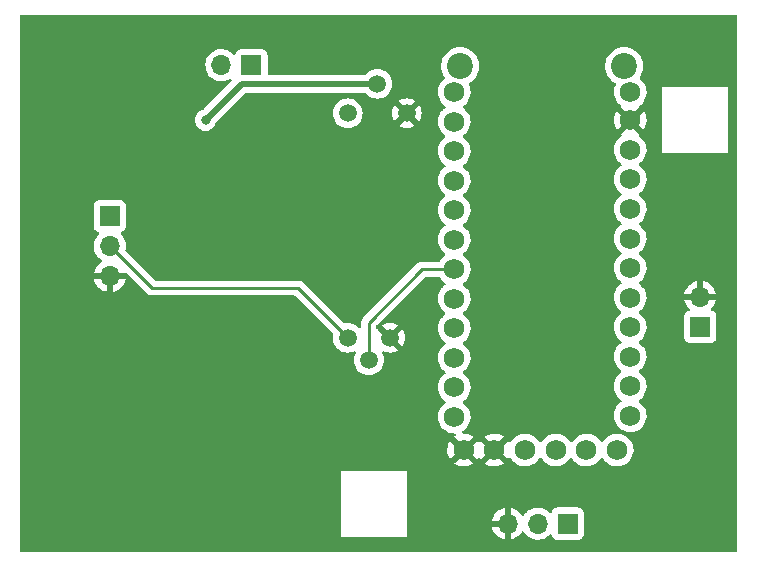
<source format=gbl>
G04 #@! TF.GenerationSoftware,KiCad,Pcbnew,(6.0.1)*
G04 #@! TF.CreationDate,2022-04-24T16:28:56-07:00*
G04 #@! TF.ProjectId,PS_controller,50535f63-6f6e-4747-926f-6c6c65722e6b,rev?*
G04 #@! TF.SameCoordinates,Original*
G04 #@! TF.FileFunction,Copper,L2,Bot*
G04 #@! TF.FilePolarity,Positive*
%FSLAX46Y46*%
G04 Gerber Fmt 4.6, Leading zero omitted, Abs format (unit mm)*
G04 Created by KiCad (PCBNEW (6.0.1)) date 2022-04-24 16:28:56*
%MOMM*%
%LPD*%
G01*
G04 APERTURE LIST*
G04 #@! TA.AperFunction,ComponentPad*
%ADD10R,1.700000X1.700000*%
G04 #@! TD*
G04 #@! TA.AperFunction,ComponentPad*
%ADD11O,1.700000X1.700000*%
G04 #@! TD*
G04 #@! TA.AperFunction,WasherPad*
%ADD12C,2.200000*%
G04 #@! TD*
G04 #@! TA.AperFunction,ComponentPad*
%ADD13C,1.750000*%
G04 #@! TD*
G04 #@! TA.AperFunction,ComponentPad*
%ADD14C,1.498600*%
G04 #@! TD*
G04 #@! TA.AperFunction,ViaPad*
%ADD15C,0.800000*%
G04 #@! TD*
G04 #@! TA.AperFunction,Conductor*
%ADD16C,0.500000*%
G04 #@! TD*
G04 #@! TA.AperFunction,Conductor*
%ADD17C,0.250000*%
G04 #@! TD*
G04 APERTURE END LIST*
D10*
X215335000Y-111635000D03*
D11*
X212795000Y-111635000D03*
X210255000Y-111635000D03*
D12*
X206215000Y-72905000D03*
X220115000Y-72905000D03*
D13*
X220615000Y-102505000D03*
X220615000Y-100005000D03*
X214315000Y-105405000D03*
X216915000Y-105405000D03*
X220615000Y-97505000D03*
X220615000Y-95005000D03*
X220615000Y-92505000D03*
X220615000Y-90005000D03*
X220615000Y-87505000D03*
X220615000Y-85005000D03*
X220615000Y-82505000D03*
X211715000Y-105405000D03*
X220615000Y-80005000D03*
X206515000Y-105405000D03*
X209115000Y-105405000D03*
X220615000Y-77505000D03*
X220615000Y-75105000D03*
X205715000Y-75105000D03*
X205715000Y-77605000D03*
X205715000Y-80105000D03*
X205715000Y-82605000D03*
X205715000Y-85105000D03*
X205715000Y-87605000D03*
X205715000Y-90105000D03*
X205715000Y-92605000D03*
X205715000Y-95105000D03*
X205715000Y-97605000D03*
X205715000Y-100105000D03*
X205715000Y-102605000D03*
X219515000Y-105405000D03*
D10*
X188550000Y-72825000D03*
D11*
X186010000Y-72825000D03*
D10*
X226543000Y-94976000D03*
D11*
X226543000Y-92436000D03*
D10*
X176555000Y-85598000D03*
D11*
X176555000Y-88138000D03*
X176555000Y-90678000D03*
D14*
X196685500Y-95895500D03*
X198485500Y-97795500D03*
X200285500Y-95895500D03*
X196700000Y-76900000D03*
X199200000Y-74400000D03*
X201700000Y-76900000D03*
D15*
X175514000Y-72390000D03*
X191090000Y-100900000D03*
X193700000Y-73200000D03*
X176276000Y-80772000D03*
X187000000Y-79700000D03*
X184658000Y-77470000D03*
D16*
X184658000Y-77470000D02*
X187728000Y-74400000D01*
X187728000Y-74400000D02*
X199200000Y-74400000D01*
D17*
X176555000Y-88138000D02*
X180111000Y-91694000D01*
X192484000Y-91694000D02*
X196685500Y-95895500D01*
X180111000Y-91694000D02*
X192484000Y-91694000D01*
X198485500Y-97795500D02*
X198485500Y-96176901D01*
X202995000Y-90105000D02*
X205715000Y-90105000D01*
X198480000Y-96171401D02*
X198480000Y-94620000D01*
X198480000Y-94620000D02*
X202995000Y-90105000D01*
X198485500Y-96176901D02*
X198480000Y-96171401D01*
G04 #@! TA.AperFunction,Conductor*
G36*
X229618121Y-68600002D02*
G01*
X229664614Y-68653658D01*
X229676000Y-68706000D01*
X229676000Y-113920000D01*
X229655998Y-113988121D01*
X229602342Y-114034614D01*
X229550000Y-114046000D01*
X169036000Y-114046000D01*
X168967879Y-114025998D01*
X168921386Y-113972342D01*
X168910000Y-113920000D01*
X168910000Y-112776000D01*
X196088000Y-112776000D01*
X201676000Y-112776000D01*
X201676000Y-111902966D01*
X208923257Y-111902966D01*
X208953565Y-112037446D01*
X208956645Y-112047275D01*
X209036770Y-112244603D01*
X209041413Y-112253794D01*
X209152694Y-112435388D01*
X209158777Y-112443699D01*
X209298213Y-112604667D01*
X209305580Y-112611883D01*
X209469434Y-112747916D01*
X209477881Y-112753831D01*
X209661756Y-112861279D01*
X209671042Y-112865729D01*
X209870001Y-112941703D01*
X209879899Y-112944579D01*
X209983250Y-112965606D01*
X209997299Y-112964410D01*
X210001000Y-112954065D01*
X210001000Y-112953517D01*
X210509000Y-112953517D01*
X210513064Y-112967359D01*
X210526478Y-112969393D01*
X210533184Y-112968534D01*
X210543262Y-112966392D01*
X210747255Y-112905191D01*
X210756842Y-112901433D01*
X210948095Y-112807739D01*
X210956945Y-112802464D01*
X211130328Y-112678792D01*
X211138200Y-112672139D01*
X211289052Y-112521812D01*
X211295730Y-112513965D01*
X211423022Y-112336819D01*
X211424279Y-112337722D01*
X211471373Y-112294362D01*
X211541311Y-112282145D01*
X211606751Y-112309678D01*
X211634579Y-112341511D01*
X211694987Y-112440088D01*
X211841250Y-112608938D01*
X212013126Y-112751632D01*
X212206000Y-112864338D01*
X212414692Y-112944030D01*
X212419760Y-112945061D01*
X212419763Y-112945062D01*
X212514862Y-112964410D01*
X212633597Y-112988567D01*
X212638772Y-112988757D01*
X212638774Y-112988757D01*
X212851673Y-112996564D01*
X212851677Y-112996564D01*
X212856837Y-112996753D01*
X212861957Y-112996097D01*
X212861959Y-112996097D01*
X213073288Y-112969025D01*
X213073289Y-112969025D01*
X213078416Y-112968368D01*
X213083366Y-112966883D01*
X213287429Y-112905661D01*
X213287434Y-112905659D01*
X213292384Y-112904174D01*
X213492994Y-112805896D01*
X213674860Y-112676173D01*
X213783091Y-112568319D01*
X213845462Y-112534404D01*
X213916268Y-112539592D01*
X213973030Y-112582238D01*
X213990012Y-112613341D01*
X214034385Y-112731705D01*
X214121739Y-112848261D01*
X214238295Y-112935615D01*
X214374684Y-112986745D01*
X214436866Y-112993500D01*
X216233134Y-112993500D01*
X216295316Y-112986745D01*
X216431705Y-112935615D01*
X216548261Y-112848261D01*
X216635615Y-112731705D01*
X216686745Y-112595316D01*
X216693500Y-112533134D01*
X216693500Y-110736866D01*
X216686745Y-110674684D01*
X216635615Y-110538295D01*
X216548261Y-110421739D01*
X216431705Y-110334385D01*
X216295316Y-110283255D01*
X216233134Y-110276500D01*
X214436866Y-110276500D01*
X214374684Y-110283255D01*
X214238295Y-110334385D01*
X214121739Y-110421739D01*
X214034385Y-110538295D01*
X214031233Y-110546703D01*
X213989919Y-110656907D01*
X213947277Y-110713671D01*
X213880716Y-110738371D01*
X213811367Y-110723163D01*
X213778743Y-110697476D01*
X213728151Y-110641875D01*
X213728142Y-110641866D01*
X213724670Y-110638051D01*
X213720619Y-110634852D01*
X213720615Y-110634848D01*
X213553414Y-110502800D01*
X213553410Y-110502798D01*
X213549359Y-110499598D01*
X213513028Y-110479542D01*
X213497136Y-110470769D01*
X213353789Y-110391638D01*
X213348920Y-110389914D01*
X213348916Y-110389912D01*
X213148087Y-110318795D01*
X213148083Y-110318794D01*
X213143212Y-110317069D01*
X213138119Y-110316162D01*
X213138116Y-110316161D01*
X212928373Y-110278800D01*
X212928367Y-110278799D01*
X212923284Y-110277894D01*
X212849452Y-110276992D01*
X212705081Y-110275228D01*
X212705079Y-110275228D01*
X212699911Y-110275165D01*
X212479091Y-110308955D01*
X212266756Y-110378357D01*
X212068607Y-110481507D01*
X212064474Y-110484610D01*
X212064471Y-110484612D01*
X211894100Y-110612530D01*
X211889965Y-110615635D01*
X211864541Y-110642240D01*
X211796280Y-110713671D01*
X211735629Y-110777138D01*
X211732715Y-110781410D01*
X211732714Y-110781411D01*
X211627898Y-110935066D01*
X211572987Y-110980069D01*
X211502462Y-110988240D01*
X211438715Y-110956986D01*
X211418018Y-110932502D01*
X211337426Y-110807926D01*
X211331136Y-110799757D01*
X211187806Y-110642240D01*
X211180273Y-110635215D01*
X211013139Y-110503222D01*
X211004552Y-110497517D01*
X210818117Y-110394599D01*
X210808705Y-110390369D01*
X210607959Y-110319280D01*
X210597988Y-110316646D01*
X210526837Y-110303972D01*
X210513540Y-110305432D01*
X210509000Y-110319989D01*
X210509000Y-112953517D01*
X210001000Y-112953517D01*
X210001000Y-111907115D01*
X209996525Y-111891876D01*
X209995135Y-111890671D01*
X209987452Y-111889000D01*
X208938225Y-111889000D01*
X208924694Y-111892973D01*
X208923257Y-111902966D01*
X201676000Y-111902966D01*
X201676000Y-111369183D01*
X208919389Y-111369183D01*
X208920912Y-111377607D01*
X208933292Y-111381000D01*
X209982885Y-111381000D01*
X209998124Y-111376525D01*
X209999329Y-111375135D01*
X210001000Y-111367452D01*
X210001000Y-110318102D01*
X209997082Y-110304758D01*
X209982806Y-110302771D01*
X209944324Y-110308660D01*
X209934288Y-110311051D01*
X209731868Y-110377212D01*
X209722359Y-110381209D01*
X209533463Y-110479542D01*
X209524738Y-110485036D01*
X209354433Y-110612905D01*
X209346726Y-110619748D01*
X209199590Y-110773717D01*
X209193104Y-110781727D01*
X209073098Y-110957649D01*
X209068000Y-110966623D01*
X208978338Y-111159783D01*
X208974775Y-111169470D01*
X208919389Y-111369183D01*
X201676000Y-111369183D01*
X201676000Y-107188000D01*
X196088000Y-107188000D01*
X196088000Y-112776000D01*
X168910000Y-112776000D01*
X168910000Y-106548130D01*
X205736700Y-106548130D01*
X205741981Y-106555184D01*
X205910919Y-106653904D01*
X205920202Y-106658351D01*
X206123002Y-106735793D01*
X206132900Y-106738669D01*
X206345625Y-106781948D01*
X206355853Y-106783167D01*
X206572788Y-106791122D01*
X206583074Y-106790655D01*
X206798400Y-106763072D01*
X206808477Y-106760930D01*
X207016401Y-106698549D01*
X207025999Y-106694788D01*
X207220947Y-106599284D01*
X207229785Y-106594015D01*
X207282172Y-106556648D01*
X207288859Y-106548130D01*
X208336700Y-106548130D01*
X208341981Y-106555184D01*
X208510919Y-106653904D01*
X208520202Y-106658351D01*
X208723002Y-106735793D01*
X208732900Y-106738669D01*
X208945625Y-106781948D01*
X208955853Y-106783167D01*
X209172788Y-106791122D01*
X209183074Y-106790655D01*
X209398400Y-106763072D01*
X209408477Y-106760930D01*
X209616401Y-106698549D01*
X209625999Y-106694788D01*
X209820947Y-106599284D01*
X209829785Y-106594015D01*
X209882172Y-106556648D01*
X209890572Y-106545948D01*
X209883585Y-106532795D01*
X209127812Y-105777022D01*
X209113868Y-105769408D01*
X209112035Y-105769539D01*
X209105420Y-105773790D01*
X208343460Y-106535750D01*
X208336700Y-106548130D01*
X207288859Y-106548130D01*
X207290572Y-106545948D01*
X207283585Y-106532795D01*
X206527812Y-105777022D01*
X206513868Y-105769408D01*
X206512035Y-105769539D01*
X206505420Y-105773790D01*
X205743460Y-106535750D01*
X205736700Y-106548130D01*
X168910000Y-106548130D01*
X168910000Y-105376250D01*
X205127971Y-105376250D01*
X205140467Y-105592967D01*
X205141903Y-105603188D01*
X205189627Y-105814948D01*
X205192706Y-105824777D01*
X205274379Y-106025914D01*
X205279022Y-106035105D01*
X205363279Y-106172601D01*
X205373735Y-106182061D01*
X205382513Y-106178277D01*
X206142978Y-105417812D01*
X206149356Y-105406132D01*
X206879408Y-105406132D01*
X206879539Y-105407965D01*
X206883790Y-105414580D01*
X207643388Y-106174178D01*
X207655398Y-106180736D01*
X207667138Y-106171768D01*
X207701502Y-106123945D01*
X207709401Y-106110801D01*
X207761633Y-106062714D01*
X207831571Y-106050499D01*
X207897010Y-106078035D01*
X207924835Y-106109866D01*
X207963278Y-106172600D01*
X207973735Y-106182061D01*
X207982513Y-106178277D01*
X208742978Y-105417812D01*
X208749356Y-105406132D01*
X209479408Y-105406132D01*
X209479539Y-105407965D01*
X209483790Y-105414580D01*
X210243388Y-106174178D01*
X210255398Y-106180736D01*
X210267138Y-106171768D01*
X210301504Y-106123944D01*
X210309108Y-106111288D01*
X210361338Y-106063199D01*
X210431276Y-106050982D01*
X210496716Y-106078515D01*
X210524544Y-106110348D01*
X210527616Y-106115361D01*
X210594744Y-106224904D01*
X210743698Y-106396861D01*
X210918737Y-106542181D01*
X210923189Y-106544783D01*
X210923194Y-106544786D01*
X211017199Y-106599718D01*
X211115160Y-106656962D01*
X211327693Y-106738120D01*
X211332759Y-106739151D01*
X211332760Y-106739151D01*
X211431861Y-106759313D01*
X211550627Y-106783476D01*
X211678437Y-106788163D01*
X211772811Y-106791624D01*
X211772815Y-106791624D01*
X211777975Y-106791813D01*
X211783095Y-106791157D01*
X211783097Y-106791157D01*
X211998504Y-106763563D01*
X211998505Y-106763563D01*
X212003632Y-106762906D01*
X212008582Y-106761421D01*
X212216591Y-106699015D01*
X212216592Y-106699014D01*
X212221537Y-106697531D01*
X212425839Y-106597444D01*
X212430043Y-106594446D01*
X212430047Y-106594443D01*
X212606847Y-106468333D01*
X212606849Y-106468331D01*
X212611051Y-106465334D01*
X212772199Y-106304747D01*
X212904956Y-106119997D01*
X212907248Y-106115360D01*
X212909405Y-106111770D01*
X212961635Y-106063681D01*
X213031573Y-106051465D01*
X213097013Y-106078999D01*
X213124840Y-106110831D01*
X213127616Y-106115361D01*
X213194744Y-106224904D01*
X213343698Y-106396861D01*
X213518737Y-106542181D01*
X213523189Y-106544783D01*
X213523194Y-106544786D01*
X213617199Y-106599718D01*
X213715160Y-106656962D01*
X213927693Y-106738120D01*
X213932759Y-106739151D01*
X213932760Y-106739151D01*
X214031861Y-106759313D01*
X214150627Y-106783476D01*
X214278437Y-106788163D01*
X214372811Y-106791624D01*
X214372815Y-106791624D01*
X214377975Y-106791813D01*
X214383095Y-106791157D01*
X214383097Y-106791157D01*
X214598504Y-106763563D01*
X214598505Y-106763563D01*
X214603632Y-106762906D01*
X214608582Y-106761421D01*
X214816591Y-106699015D01*
X214816592Y-106699014D01*
X214821537Y-106697531D01*
X215025839Y-106597444D01*
X215030043Y-106594446D01*
X215030047Y-106594443D01*
X215206847Y-106468333D01*
X215206849Y-106468331D01*
X215211051Y-106465334D01*
X215372199Y-106304747D01*
X215504956Y-106119997D01*
X215507248Y-106115360D01*
X215509405Y-106111770D01*
X215561635Y-106063681D01*
X215631573Y-106051465D01*
X215697013Y-106078999D01*
X215724840Y-106110831D01*
X215727616Y-106115361D01*
X215794744Y-106224904D01*
X215943698Y-106396861D01*
X216118737Y-106542181D01*
X216123189Y-106544783D01*
X216123194Y-106544786D01*
X216217199Y-106599718D01*
X216315160Y-106656962D01*
X216527693Y-106738120D01*
X216532759Y-106739151D01*
X216532760Y-106739151D01*
X216631861Y-106759313D01*
X216750627Y-106783476D01*
X216878437Y-106788163D01*
X216972811Y-106791624D01*
X216972815Y-106791624D01*
X216977975Y-106791813D01*
X216983095Y-106791157D01*
X216983097Y-106791157D01*
X217198504Y-106763563D01*
X217198505Y-106763563D01*
X217203632Y-106762906D01*
X217208582Y-106761421D01*
X217416591Y-106699015D01*
X217416592Y-106699014D01*
X217421537Y-106697531D01*
X217625839Y-106597444D01*
X217630043Y-106594446D01*
X217630047Y-106594443D01*
X217806847Y-106468333D01*
X217806849Y-106468331D01*
X217811051Y-106465334D01*
X217972199Y-106304747D01*
X218104956Y-106119997D01*
X218107248Y-106115360D01*
X218109405Y-106111770D01*
X218161635Y-106063681D01*
X218231573Y-106051465D01*
X218297013Y-106078999D01*
X218324840Y-106110831D01*
X218327616Y-106115361D01*
X218394744Y-106224904D01*
X218543698Y-106396861D01*
X218718737Y-106542181D01*
X218723189Y-106544783D01*
X218723194Y-106544786D01*
X218817199Y-106599718D01*
X218915160Y-106656962D01*
X219127693Y-106738120D01*
X219132759Y-106739151D01*
X219132760Y-106739151D01*
X219231861Y-106759313D01*
X219350627Y-106783476D01*
X219478437Y-106788163D01*
X219572811Y-106791624D01*
X219572815Y-106791624D01*
X219577975Y-106791813D01*
X219583095Y-106791157D01*
X219583097Y-106791157D01*
X219798504Y-106763563D01*
X219798505Y-106763563D01*
X219803632Y-106762906D01*
X219808582Y-106761421D01*
X220016591Y-106699015D01*
X220016592Y-106699014D01*
X220021537Y-106697531D01*
X220225839Y-106597444D01*
X220230043Y-106594446D01*
X220230047Y-106594443D01*
X220406847Y-106468333D01*
X220406849Y-106468331D01*
X220411051Y-106465334D01*
X220572199Y-106304747D01*
X220626764Y-106228812D01*
X220701938Y-106124198D01*
X220701942Y-106124192D01*
X220704956Y-106119997D01*
X220805755Y-105916046D01*
X220871890Y-105698370D01*
X220901585Y-105472815D01*
X220903242Y-105405000D01*
X220884601Y-105178264D01*
X220829178Y-104957617D01*
X220742670Y-104758663D01*
X220740522Y-104753722D01*
X220740520Y-104753719D01*
X220738462Y-104748985D01*
X220614890Y-104557971D01*
X220461779Y-104389704D01*
X220283241Y-104248704D01*
X220245537Y-104227890D01*
X220198336Y-104201834D01*
X220084072Y-104138757D01*
X220079203Y-104137033D01*
X220079199Y-104137031D01*
X219874496Y-104064541D01*
X219874492Y-104064540D01*
X219869621Y-104062815D01*
X219864528Y-104061908D01*
X219864525Y-104061907D01*
X219650734Y-104023825D01*
X219650728Y-104023824D01*
X219645645Y-104022919D01*
X219572196Y-104022022D01*
X219423331Y-104020203D01*
X219423329Y-104020203D01*
X219418161Y-104020140D01*
X219193278Y-104054552D01*
X218977035Y-104125231D01*
X218972447Y-104127619D01*
X218972443Y-104127621D01*
X218784644Y-104225383D01*
X218775239Y-104230279D01*
X218771106Y-104233382D01*
X218771103Y-104233384D01*
X218714476Y-104275901D01*
X218593310Y-104366875D01*
X218436133Y-104531351D01*
X218433221Y-104535620D01*
X218433215Y-104535628D01*
X218317960Y-104704585D01*
X218263049Y-104749588D01*
X218192524Y-104757759D01*
X218128777Y-104726505D01*
X218108080Y-104702021D01*
X218017698Y-104562311D01*
X218017696Y-104562308D01*
X218014890Y-104557971D01*
X217861779Y-104389704D01*
X217683241Y-104248704D01*
X217645537Y-104227890D01*
X217598336Y-104201834D01*
X217484072Y-104138757D01*
X217479203Y-104137033D01*
X217479199Y-104137031D01*
X217274496Y-104064541D01*
X217274492Y-104064540D01*
X217269621Y-104062815D01*
X217264528Y-104061908D01*
X217264525Y-104061907D01*
X217050734Y-104023825D01*
X217050728Y-104023824D01*
X217045645Y-104022919D01*
X216972196Y-104022022D01*
X216823331Y-104020203D01*
X216823329Y-104020203D01*
X216818161Y-104020140D01*
X216593278Y-104054552D01*
X216377035Y-104125231D01*
X216372447Y-104127619D01*
X216372443Y-104127621D01*
X216184644Y-104225383D01*
X216175239Y-104230279D01*
X216171106Y-104233382D01*
X216171103Y-104233384D01*
X216114476Y-104275901D01*
X215993310Y-104366875D01*
X215836133Y-104531351D01*
X215833221Y-104535620D01*
X215833215Y-104535628D01*
X215717960Y-104704585D01*
X215663049Y-104749588D01*
X215592524Y-104757759D01*
X215528777Y-104726505D01*
X215508080Y-104702021D01*
X215417698Y-104562311D01*
X215417696Y-104562308D01*
X215414890Y-104557971D01*
X215261779Y-104389704D01*
X215083241Y-104248704D01*
X215045537Y-104227890D01*
X214998336Y-104201834D01*
X214884072Y-104138757D01*
X214879203Y-104137033D01*
X214879199Y-104137031D01*
X214674496Y-104064541D01*
X214674492Y-104064540D01*
X214669621Y-104062815D01*
X214664528Y-104061908D01*
X214664525Y-104061907D01*
X214450734Y-104023825D01*
X214450728Y-104023824D01*
X214445645Y-104022919D01*
X214372196Y-104022022D01*
X214223331Y-104020203D01*
X214223329Y-104020203D01*
X214218161Y-104020140D01*
X213993278Y-104054552D01*
X213777035Y-104125231D01*
X213772447Y-104127619D01*
X213772443Y-104127621D01*
X213584644Y-104225383D01*
X213575239Y-104230279D01*
X213571106Y-104233382D01*
X213571103Y-104233384D01*
X213514476Y-104275901D01*
X213393310Y-104366875D01*
X213236133Y-104531351D01*
X213233221Y-104535620D01*
X213233215Y-104535628D01*
X213117960Y-104704585D01*
X213063049Y-104749588D01*
X212992524Y-104757759D01*
X212928777Y-104726505D01*
X212908080Y-104702021D01*
X212817698Y-104562311D01*
X212817696Y-104562308D01*
X212814890Y-104557971D01*
X212661779Y-104389704D01*
X212483241Y-104248704D01*
X212445537Y-104227890D01*
X212398336Y-104201834D01*
X212284072Y-104138757D01*
X212279203Y-104137033D01*
X212279199Y-104137031D01*
X212074496Y-104064541D01*
X212074492Y-104064540D01*
X212069621Y-104062815D01*
X212064528Y-104061908D01*
X212064525Y-104061907D01*
X211850734Y-104023825D01*
X211850728Y-104023824D01*
X211845645Y-104022919D01*
X211772196Y-104022022D01*
X211623331Y-104020203D01*
X211623329Y-104020203D01*
X211618161Y-104020140D01*
X211393278Y-104054552D01*
X211177035Y-104125231D01*
X211172447Y-104127619D01*
X211172443Y-104127621D01*
X210984644Y-104225383D01*
X210975239Y-104230279D01*
X210971106Y-104233382D01*
X210971103Y-104233384D01*
X210914476Y-104275901D01*
X210793310Y-104366875D01*
X210636133Y-104531351D01*
X210620580Y-104554151D01*
X210517655Y-104705034D01*
X210462743Y-104750037D01*
X210392218Y-104758208D01*
X210328471Y-104726954D01*
X210307774Y-104702469D01*
X210266145Y-104638119D01*
X210255458Y-104628915D01*
X210245891Y-104633319D01*
X209487022Y-105392188D01*
X209479408Y-105406132D01*
X208749356Y-105406132D01*
X208750592Y-105403868D01*
X208750461Y-105402035D01*
X208746210Y-105395420D01*
X207986858Y-104636068D01*
X207975322Y-104629768D01*
X207963039Y-104639391D01*
X207917949Y-104705490D01*
X207863037Y-104750492D01*
X207792512Y-104758663D01*
X207728766Y-104727408D01*
X207708069Y-104702925D01*
X207666144Y-104638118D01*
X207655458Y-104628915D01*
X207645891Y-104633319D01*
X206887022Y-105392188D01*
X206879408Y-105406132D01*
X206149356Y-105406132D01*
X206150592Y-105403868D01*
X206150461Y-105402035D01*
X206146210Y-105395420D01*
X205386858Y-104636068D01*
X205375322Y-104629768D01*
X205363039Y-104639391D01*
X205311279Y-104715268D01*
X205306191Y-104724224D01*
X205214795Y-104921121D01*
X205211232Y-104930808D01*
X205153223Y-105139979D01*
X205151292Y-105150100D01*
X205128222Y-105365962D01*
X205127971Y-105376250D01*
X168910000Y-105376250D01*
X168910000Y-90945966D01*
X175223257Y-90945966D01*
X175253565Y-91080446D01*
X175256645Y-91090275D01*
X175336770Y-91287603D01*
X175341413Y-91296794D01*
X175452694Y-91478388D01*
X175458777Y-91486699D01*
X175598213Y-91647667D01*
X175605580Y-91654883D01*
X175769434Y-91790916D01*
X175777881Y-91796831D01*
X175961756Y-91904279D01*
X175971042Y-91908729D01*
X176170001Y-91984703D01*
X176179899Y-91987579D01*
X176283250Y-92008606D01*
X176297299Y-92007410D01*
X176301000Y-91997065D01*
X176301000Y-91996517D01*
X176809000Y-91996517D01*
X176813064Y-92010359D01*
X176826478Y-92012393D01*
X176833184Y-92011534D01*
X176843262Y-92009392D01*
X177047255Y-91948191D01*
X177056842Y-91944433D01*
X177248095Y-91850739D01*
X177256945Y-91845464D01*
X177430328Y-91721792D01*
X177438200Y-91715139D01*
X177589052Y-91564812D01*
X177595730Y-91556965D01*
X177720003Y-91384020D01*
X177725313Y-91375183D01*
X177819670Y-91184267D01*
X177823469Y-91174672D01*
X177885377Y-90970910D01*
X177887555Y-90960837D01*
X177888986Y-90949962D01*
X177886775Y-90935778D01*
X177873617Y-90932000D01*
X176827115Y-90932000D01*
X176811876Y-90936475D01*
X176810671Y-90937865D01*
X176809000Y-90945548D01*
X176809000Y-91996517D01*
X176301000Y-91996517D01*
X176301000Y-90950115D01*
X176296525Y-90934876D01*
X176295135Y-90933671D01*
X176287452Y-90932000D01*
X175238225Y-90932000D01*
X175224694Y-90935973D01*
X175223257Y-90945966D01*
X168910000Y-90945966D01*
X168910000Y-88104695D01*
X175192251Y-88104695D01*
X175192548Y-88109848D01*
X175192548Y-88109851D01*
X175198011Y-88204590D01*
X175205110Y-88327715D01*
X175206247Y-88332761D01*
X175206248Y-88332767D01*
X175228392Y-88431022D01*
X175254222Y-88545639D01*
X175338266Y-88752616D01*
X175340965Y-88757020D01*
X175449776Y-88934584D01*
X175454987Y-88943088D01*
X175601250Y-89111938D01*
X175773126Y-89254632D01*
X175846955Y-89297774D01*
X175895679Y-89349412D01*
X175908750Y-89419195D01*
X175882019Y-89484967D01*
X175841562Y-89518327D01*
X175833457Y-89522546D01*
X175824738Y-89528036D01*
X175654433Y-89655905D01*
X175646726Y-89662748D01*
X175499590Y-89816717D01*
X175493104Y-89824727D01*
X175373098Y-90000649D01*
X175368000Y-90009623D01*
X175278338Y-90202783D01*
X175274775Y-90212470D01*
X175219389Y-90412183D01*
X175220912Y-90420607D01*
X175233292Y-90424000D01*
X177891459Y-90424000D01*
X177891459Y-90428775D01*
X177928133Y-90428792D01*
X177981673Y-90460577D01*
X179607343Y-92086247D01*
X179614887Y-92094537D01*
X179619000Y-92101018D01*
X179624777Y-92106443D01*
X179668667Y-92147658D01*
X179671509Y-92150413D01*
X179691230Y-92170134D01*
X179694425Y-92172612D01*
X179703447Y-92180318D01*
X179735679Y-92210586D01*
X179742628Y-92214406D01*
X179753432Y-92220346D01*
X179769956Y-92231199D01*
X179785959Y-92243613D01*
X179826543Y-92261176D01*
X179837173Y-92266383D01*
X179875940Y-92287695D01*
X179883617Y-92289666D01*
X179883622Y-92289668D01*
X179895558Y-92292732D01*
X179914266Y-92299137D01*
X179932855Y-92307181D01*
X179940680Y-92308420D01*
X179940682Y-92308421D01*
X179976519Y-92314097D01*
X179988140Y-92316504D01*
X180023289Y-92325528D01*
X180030970Y-92327500D01*
X180051231Y-92327500D01*
X180070940Y-92329051D01*
X180090943Y-92332219D01*
X180098835Y-92331473D01*
X180104062Y-92330979D01*
X180134954Y-92328059D01*
X180146811Y-92327500D01*
X192169406Y-92327500D01*
X192237527Y-92347502D01*
X192258501Y-92364405D01*
X195417744Y-95523648D01*
X195451770Y-95585960D01*
X195450356Y-95645352D01*
X195442077Y-95676251D01*
X195441599Y-95681718D01*
X195441598Y-95681722D01*
X195425063Y-95870717D01*
X195422895Y-95895500D01*
X195442077Y-96114749D01*
X195443501Y-96120063D01*
X195443501Y-96120064D01*
X195491030Y-96297444D01*
X195499039Y-96327336D01*
X195501361Y-96332316D01*
X195501362Y-96332318D01*
X195576534Y-96493523D01*
X195592052Y-96526802D01*
X195718288Y-96707087D01*
X195873913Y-96862712D01*
X195878421Y-96865869D01*
X195878424Y-96865871D01*
X196047006Y-96983913D01*
X196054197Y-96988948D01*
X196059179Y-96991271D01*
X196059184Y-96991274D01*
X196247670Y-97079166D01*
X196253664Y-97081961D01*
X196258972Y-97083383D01*
X196258974Y-97083384D01*
X196460936Y-97137499D01*
X196460937Y-97137499D01*
X196466251Y-97138923D01*
X196685500Y-97158105D01*
X196904749Y-97138923D01*
X196910063Y-97137499D01*
X196910064Y-97137499D01*
X197112026Y-97083384D01*
X197112028Y-97083383D01*
X197117336Y-97081961D01*
X197123330Y-97079166D01*
X197203640Y-97041717D01*
X197273832Y-97031056D01*
X197338645Y-97060036D01*
X197377501Y-97119456D01*
X197378064Y-97190450D01*
X197371086Y-97209160D01*
X197299039Y-97363664D01*
X197242077Y-97576251D01*
X197222895Y-97795500D01*
X197242077Y-98014749D01*
X197243501Y-98020063D01*
X197243501Y-98020064D01*
X197297073Y-98219997D01*
X197299039Y-98227336D01*
X197301361Y-98232316D01*
X197301362Y-98232318D01*
X197389114Y-98420501D01*
X197392052Y-98426802D01*
X197518288Y-98607087D01*
X197673913Y-98762712D01*
X197678421Y-98765869D01*
X197678424Y-98765871D01*
X197849688Y-98885791D01*
X197854197Y-98888948D01*
X197859179Y-98891271D01*
X197859184Y-98891274D01*
X198014653Y-98963770D01*
X198053664Y-98981961D01*
X198058972Y-98983383D01*
X198058974Y-98983384D01*
X198260936Y-99037499D01*
X198260937Y-99037499D01*
X198266251Y-99038923D01*
X198485500Y-99058105D01*
X198704749Y-99038923D01*
X198710063Y-99037499D01*
X198710064Y-99037499D01*
X198912026Y-98983384D01*
X198912028Y-98983383D01*
X198917336Y-98981961D01*
X198956347Y-98963770D01*
X199111816Y-98891274D01*
X199111821Y-98891271D01*
X199116803Y-98888948D01*
X199121312Y-98885791D01*
X199292576Y-98765871D01*
X199292579Y-98765869D01*
X199297087Y-98762712D01*
X199452712Y-98607087D01*
X199578948Y-98426802D01*
X199581887Y-98420501D01*
X199669638Y-98232318D01*
X199669639Y-98232316D01*
X199671961Y-98227336D01*
X199673928Y-98219997D01*
X199727499Y-98020064D01*
X199727499Y-98020063D01*
X199728923Y-98014749D01*
X199748105Y-97795500D01*
X199728923Y-97576251D01*
X199671961Y-97363664D01*
X199599586Y-97208456D01*
X199588925Y-97138266D01*
X199617905Y-97073453D01*
X199677324Y-97034596D01*
X199748319Y-97034033D01*
X199767031Y-97041012D01*
X199848852Y-97079166D01*
X199859145Y-97082912D01*
X200061023Y-97137005D01*
X200071818Y-97138908D01*
X200280025Y-97157124D01*
X200290975Y-97157124D01*
X200499182Y-97138908D01*
X200509977Y-97137005D01*
X200711855Y-97082912D01*
X200722147Y-97079166D01*
X200911565Y-96990839D01*
X200921060Y-96985356D01*
X200962146Y-96956587D01*
X200970521Y-96946110D01*
X200963453Y-96932663D01*
X199927422Y-95896632D01*
X200649908Y-95896632D01*
X200650039Y-95898465D01*
X200654290Y-95905080D01*
X201323384Y-96574174D01*
X201335159Y-96580604D01*
X201347174Y-96571308D01*
X201375356Y-96531060D01*
X201380839Y-96521564D01*
X201469166Y-96332147D01*
X201472912Y-96321855D01*
X201527005Y-96119977D01*
X201528908Y-96109182D01*
X201547124Y-95900975D01*
X201547124Y-95890025D01*
X201528908Y-95681818D01*
X201527005Y-95671023D01*
X201472912Y-95469145D01*
X201469166Y-95458853D01*
X201380839Y-95269436D01*
X201375356Y-95259940D01*
X201346587Y-95218854D01*
X201336110Y-95210479D01*
X201322662Y-95217548D01*
X200657522Y-95882688D01*
X200649908Y-95896632D01*
X199927422Y-95896632D01*
X199247616Y-95216826D01*
X199220635Y-95202093D01*
X199179116Y-95193061D01*
X199128913Y-95142860D01*
X199113500Y-95082473D01*
X199113500Y-94934594D01*
X199133502Y-94866473D01*
X199150405Y-94845499D01*
X199151014Y-94844890D01*
X199600479Y-94844890D01*
X199607548Y-94858338D01*
X200272688Y-95523478D01*
X200286632Y-95531092D01*
X200288465Y-95530961D01*
X200295080Y-95526710D01*
X200964174Y-94857616D01*
X200970604Y-94845841D01*
X200961308Y-94833826D01*
X200921060Y-94805644D01*
X200911565Y-94800161D01*
X200722147Y-94711834D01*
X200711855Y-94708088D01*
X200509977Y-94653995D01*
X200499182Y-94652092D01*
X200290975Y-94633876D01*
X200280025Y-94633876D01*
X200071818Y-94652092D01*
X200061023Y-94653995D01*
X199859145Y-94708088D01*
X199848853Y-94711834D01*
X199659436Y-94800161D01*
X199649940Y-94805644D01*
X199608854Y-94834413D01*
X199600479Y-94844890D01*
X199151014Y-94844890D01*
X203220499Y-90775405D01*
X203282811Y-90741379D01*
X203309594Y-90738500D01*
X204409952Y-90738500D01*
X204478073Y-90758502D01*
X204517385Y-90798665D01*
X204594744Y-90924904D01*
X204743698Y-91096861D01*
X204836122Y-91173593D01*
X204913222Y-91237602D01*
X204918737Y-91242181D01*
X204923192Y-91244784D01*
X204923203Y-91244792D01*
X204927651Y-91247391D01*
X204976374Y-91299029D01*
X204989445Y-91368812D01*
X204962713Y-91434584D01*
X204939735Y-91456936D01*
X204926498Y-91466875D01*
X204806509Y-91556965D01*
X204793310Y-91566875D01*
X204774554Y-91586502D01*
X204651626Y-91715139D01*
X204636133Y-91731351D01*
X204633221Y-91735620D01*
X204515135Y-91908729D01*
X204507931Y-91919289D01*
X204505758Y-91923971D01*
X204505756Y-91923974D01*
X204423576Y-92101018D01*
X204412145Y-92125643D01*
X204351348Y-92344869D01*
X204350799Y-92350006D01*
X204333875Y-92508365D01*
X204327172Y-92571082D01*
X204327469Y-92576234D01*
X204327469Y-92576238D01*
X204335692Y-92718837D01*
X204340268Y-92798206D01*
X204341405Y-92803252D01*
X204341406Y-92803258D01*
X204341419Y-92803314D01*
X204390283Y-93020141D01*
X204475875Y-93230927D01*
X204594744Y-93424904D01*
X204598128Y-93428810D01*
X204598129Y-93428812D01*
X204632675Y-93468693D01*
X204743698Y-93596861D01*
X204918737Y-93742181D01*
X204923192Y-93744784D01*
X204923203Y-93744792D01*
X204927651Y-93747391D01*
X204976374Y-93799029D01*
X204989445Y-93868812D01*
X204962713Y-93934584D01*
X204939735Y-93956936D01*
X204793310Y-94066875D01*
X204740065Y-94122593D01*
X204668553Y-94197426D01*
X204636133Y-94231351D01*
X204507931Y-94419289D01*
X204505758Y-94423971D01*
X204505756Y-94423974D01*
X204424075Y-94599943D01*
X204412145Y-94625643D01*
X204401888Y-94662629D01*
X204354411Y-94833826D01*
X204351348Y-94844869D01*
X204350799Y-94850006D01*
X204328078Y-95062606D01*
X204327172Y-95071082D01*
X204327469Y-95076234D01*
X204327469Y-95076238D01*
X204338062Y-95259940D01*
X204340268Y-95298206D01*
X204341405Y-95303252D01*
X204341406Y-95303258D01*
X204341419Y-95303314D01*
X204390283Y-95520141D01*
X204475875Y-95730927D01*
X204594744Y-95924904D01*
X204598128Y-95928810D01*
X204598129Y-95928812D01*
X204632675Y-95968693D01*
X204743698Y-96096861D01*
X204918737Y-96242181D01*
X204923192Y-96244784D01*
X204923203Y-96244792D01*
X204927651Y-96247391D01*
X204976374Y-96299029D01*
X204989445Y-96368812D01*
X204962713Y-96434584D01*
X204939735Y-96456936D01*
X204793310Y-96566875D01*
X204636133Y-96731351D01*
X204507931Y-96919289D01*
X204505758Y-96923971D01*
X204505756Y-96923974D01*
X204433500Y-97079638D01*
X204412145Y-97125643D01*
X204351348Y-97344869D01*
X204350799Y-97350006D01*
X204333875Y-97508365D01*
X204327172Y-97571082D01*
X204327469Y-97576234D01*
X204327469Y-97576238D01*
X204332845Y-97669463D01*
X204340268Y-97798206D01*
X204341405Y-97803252D01*
X204341406Y-97803258D01*
X204341419Y-97803314D01*
X204390283Y-98020141D01*
X204475875Y-98230927D01*
X204594744Y-98424904D01*
X204743698Y-98596861D01*
X204918737Y-98742181D01*
X204923192Y-98744784D01*
X204923203Y-98744792D01*
X204927651Y-98747391D01*
X204976374Y-98799029D01*
X204989445Y-98868812D01*
X204962713Y-98934584D01*
X204939735Y-98956936D01*
X204926498Y-98966875D01*
X204804991Y-99058105D01*
X204793310Y-99066875D01*
X204636133Y-99231351D01*
X204507931Y-99419289D01*
X204505758Y-99423971D01*
X204505756Y-99423974D01*
X204443722Y-99557617D01*
X204412145Y-99625643D01*
X204351348Y-99844869D01*
X204350799Y-99850006D01*
X204333875Y-100008365D01*
X204327172Y-100071082D01*
X204327469Y-100076234D01*
X204327469Y-100076238D01*
X204332845Y-100169463D01*
X204340268Y-100298206D01*
X204341405Y-100303252D01*
X204341406Y-100303258D01*
X204341419Y-100303314D01*
X204390283Y-100520141D01*
X204475875Y-100730927D01*
X204594744Y-100924904D01*
X204743698Y-101096861D01*
X204918737Y-101242181D01*
X204923192Y-101244784D01*
X204923203Y-101244792D01*
X204927651Y-101247391D01*
X204976374Y-101299029D01*
X204989445Y-101368812D01*
X204962713Y-101434584D01*
X204939735Y-101456936D01*
X204793310Y-101566875D01*
X204636133Y-101731351D01*
X204507931Y-101919289D01*
X204505758Y-101923971D01*
X204505756Y-101923974D01*
X204443722Y-102057617D01*
X204412145Y-102125643D01*
X204351348Y-102344869D01*
X204350799Y-102350006D01*
X204333875Y-102508365D01*
X204327172Y-102571082D01*
X204327469Y-102576234D01*
X204327469Y-102576238D01*
X204332845Y-102669463D01*
X204340268Y-102798206D01*
X204341405Y-102803252D01*
X204341406Y-102803258D01*
X204341419Y-102803314D01*
X204390283Y-103020141D01*
X204475875Y-103230927D01*
X204594744Y-103424904D01*
X204743698Y-103596861D01*
X204918737Y-103742181D01*
X204923189Y-103744783D01*
X204923194Y-103744786D01*
X205082916Y-103838120D01*
X205115160Y-103856962D01*
X205327693Y-103938120D01*
X205332759Y-103939151D01*
X205332760Y-103939151D01*
X205369521Y-103946630D01*
X205550627Y-103983476D01*
X205727808Y-103989973D01*
X205795149Y-104012457D01*
X205839645Y-104067781D01*
X205847167Y-104138378D01*
X205815327Y-104201834D01*
X205784355Y-104225383D01*
X205784467Y-104225562D01*
X205782444Y-104226836D01*
X205781376Y-104227648D01*
X205780097Y-104228314D01*
X205771370Y-104233809D01*
X205746819Y-104252243D01*
X205738365Y-104263569D01*
X205745111Y-104275901D01*
X206502188Y-105032978D01*
X206516132Y-105040592D01*
X206517965Y-105040461D01*
X206524580Y-105036210D01*
X207286190Y-104274600D01*
X207292214Y-104263569D01*
X208338365Y-104263569D01*
X208345111Y-104275901D01*
X209102188Y-105032978D01*
X209116132Y-105040592D01*
X209117965Y-105040461D01*
X209124580Y-105036210D01*
X209886190Y-104274600D01*
X209893211Y-104261744D01*
X209885718Y-104251461D01*
X209878435Y-104246622D01*
X209688398Y-104141715D01*
X209678989Y-104137487D01*
X209474364Y-104065026D01*
X209464401Y-104062394D01*
X209250687Y-104024326D01*
X209240434Y-104023356D01*
X209023366Y-104020703D01*
X209013082Y-104021423D01*
X208798507Y-104054258D01*
X208788479Y-104056647D01*
X208582147Y-104124087D01*
X208572637Y-104128084D01*
X208380095Y-104228315D01*
X208371370Y-104233809D01*
X208346819Y-104252243D01*
X208338365Y-104263569D01*
X207292214Y-104263569D01*
X207293211Y-104261744D01*
X207285718Y-104251461D01*
X207278435Y-104246622D01*
X207088398Y-104141715D01*
X207078989Y-104137487D01*
X206874364Y-104065026D01*
X206864401Y-104062394D01*
X206650687Y-104024326D01*
X206640434Y-104023356D01*
X206503539Y-104021683D01*
X206435668Y-104000850D01*
X206389834Y-103946630D01*
X206380590Y-103876238D01*
X206410870Y-103812022D01*
X206431911Y-103793113D01*
X206606847Y-103668333D01*
X206606849Y-103668331D01*
X206611051Y-103665334D01*
X206772199Y-103504747D01*
X206826764Y-103428812D01*
X206901938Y-103324198D01*
X206901942Y-103324192D01*
X206904956Y-103319997D01*
X206996225Y-103135328D01*
X207003461Y-103120688D01*
X207003462Y-103120686D01*
X207005755Y-103116046D01*
X207063819Y-102924935D01*
X207070388Y-102903314D01*
X207070388Y-102903313D01*
X207071890Y-102898370D01*
X207072565Y-102893244D01*
X207101148Y-102676136D01*
X207101148Y-102676132D01*
X207101585Y-102672815D01*
X207103242Y-102605000D01*
X207092232Y-102471082D01*
X219227172Y-102471082D01*
X219227469Y-102476234D01*
X219227469Y-102476238D01*
X219232642Y-102565950D01*
X219240268Y-102698206D01*
X219241405Y-102703252D01*
X219241406Y-102703258D01*
X219261639Y-102793037D01*
X219290283Y-102920141D01*
X219375875Y-103130927D01*
X219494744Y-103324904D01*
X219643698Y-103496861D01*
X219818737Y-103642181D01*
X219823189Y-103644783D01*
X219823194Y-103644786D01*
X219917199Y-103699718D01*
X220015160Y-103756962D01*
X220227693Y-103838120D01*
X220232759Y-103839151D01*
X220232760Y-103839151D01*
X220307501Y-103854357D01*
X220450627Y-103883476D01*
X220578437Y-103888163D01*
X220672811Y-103891624D01*
X220672815Y-103891624D01*
X220677975Y-103891813D01*
X220683095Y-103891157D01*
X220683097Y-103891157D01*
X220898504Y-103863563D01*
X220898505Y-103863563D01*
X220903632Y-103862906D01*
X220917305Y-103858804D01*
X221116591Y-103799015D01*
X221116592Y-103799014D01*
X221121537Y-103797531D01*
X221325839Y-103697444D01*
X221330043Y-103694446D01*
X221330047Y-103694443D01*
X221506847Y-103568333D01*
X221506849Y-103568331D01*
X221511051Y-103565334D01*
X221672199Y-103404747D01*
X221726764Y-103328812D01*
X221801938Y-103224198D01*
X221801942Y-103224192D01*
X221804956Y-103219997D01*
X221905755Y-103016046D01*
X221971890Y-102798370D01*
X221985077Y-102698206D01*
X222001148Y-102576136D01*
X222001148Y-102576132D01*
X222001585Y-102572815D01*
X222003242Y-102505000D01*
X221984601Y-102278264D01*
X221929178Y-102057617D01*
X221838462Y-101848985D01*
X221714890Y-101657971D01*
X221561779Y-101489704D01*
X221440349Y-101393805D01*
X221387063Y-101351722D01*
X221346000Y-101293805D01*
X221342768Y-101222882D01*
X221378393Y-101161470D01*
X221391987Y-101150261D01*
X221396011Y-101147391D01*
X221511051Y-101065334D01*
X221672199Y-100904747D01*
X221726764Y-100828812D01*
X221801938Y-100724198D01*
X221801942Y-100724192D01*
X221804956Y-100719997D01*
X221905755Y-100516046D01*
X221971890Y-100298370D01*
X221985077Y-100198206D01*
X222001148Y-100076136D01*
X222001148Y-100076132D01*
X222001585Y-100072815D01*
X222003242Y-100005000D01*
X221984601Y-99778264D01*
X221929178Y-99557617D01*
X221838462Y-99348985D01*
X221714890Y-99157971D01*
X221561779Y-98989704D01*
X221430202Y-98885791D01*
X221387063Y-98851722D01*
X221346000Y-98793805D01*
X221342768Y-98722882D01*
X221378393Y-98661470D01*
X221391987Y-98650261D01*
X221396011Y-98647391D01*
X221511051Y-98565334D01*
X221672199Y-98404747D01*
X221726764Y-98328812D01*
X221801938Y-98224198D01*
X221801942Y-98224192D01*
X221804956Y-98219997D01*
X221905755Y-98016046D01*
X221971890Y-97798370D01*
X221985077Y-97698206D01*
X222001148Y-97576136D01*
X222001148Y-97576132D01*
X222001585Y-97572815D01*
X222003242Y-97505000D01*
X221984601Y-97278264D01*
X221929178Y-97057617D01*
X221867176Y-96915023D01*
X221840522Y-96853722D01*
X221840520Y-96853719D01*
X221838462Y-96848985D01*
X221749184Y-96710982D01*
X221717698Y-96662311D01*
X221717696Y-96662308D01*
X221714890Y-96657971D01*
X221561779Y-96489704D01*
X221440349Y-96393805D01*
X221387063Y-96351722D01*
X221346000Y-96293805D01*
X221342768Y-96222882D01*
X221378393Y-96161470D01*
X221391987Y-96150261D01*
X221396011Y-96147391D01*
X221511051Y-96065334D01*
X221672199Y-95904747D01*
X221694197Y-95874134D01*
X225184500Y-95874134D01*
X225191255Y-95936316D01*
X225242385Y-96072705D01*
X225329739Y-96189261D01*
X225446295Y-96276615D01*
X225582684Y-96327745D01*
X225644866Y-96334500D01*
X227441134Y-96334500D01*
X227503316Y-96327745D01*
X227639705Y-96276615D01*
X227756261Y-96189261D01*
X227843615Y-96072705D01*
X227894745Y-95936316D01*
X227901500Y-95874134D01*
X227901500Y-94077866D01*
X227894745Y-94015684D01*
X227843615Y-93879295D01*
X227756261Y-93762739D01*
X227639705Y-93675385D01*
X227520687Y-93630767D01*
X227463923Y-93588125D01*
X227439223Y-93521564D01*
X227454430Y-93452215D01*
X227475977Y-93423535D01*
X227577052Y-93322812D01*
X227583730Y-93314965D01*
X227708003Y-93142020D01*
X227713313Y-93133183D01*
X227807670Y-92942267D01*
X227811469Y-92932672D01*
X227873377Y-92728910D01*
X227875555Y-92718837D01*
X227876986Y-92707962D01*
X227874775Y-92693778D01*
X227861617Y-92690000D01*
X225226225Y-92690000D01*
X225212694Y-92693973D01*
X225211257Y-92703966D01*
X225241565Y-92838446D01*
X225244645Y-92848275D01*
X225324770Y-93045603D01*
X225329413Y-93054794D01*
X225440694Y-93236388D01*
X225446777Y-93244699D01*
X225586213Y-93405667D01*
X225593577Y-93412879D01*
X225598522Y-93416985D01*
X225638156Y-93475889D01*
X225639653Y-93546870D01*
X225602537Y-93607392D01*
X225562264Y-93631910D01*
X225454705Y-93672232D01*
X225454704Y-93672233D01*
X225446295Y-93675385D01*
X225329739Y-93762739D01*
X225242385Y-93879295D01*
X225191255Y-94015684D01*
X225184500Y-94077866D01*
X225184500Y-95874134D01*
X221694197Y-95874134D01*
X221726764Y-95828812D01*
X221801938Y-95724198D01*
X221801942Y-95724192D01*
X221804956Y-95719997D01*
X221905755Y-95516046D01*
X221971890Y-95298370D01*
X221976389Y-95264198D01*
X222001148Y-95076136D01*
X222001148Y-95076132D01*
X222001585Y-95072815D01*
X222001753Y-95065950D01*
X222003160Y-95008365D01*
X222003160Y-95008361D01*
X222003242Y-95005000D01*
X221984601Y-94778264D01*
X221929178Y-94557617D01*
X221838462Y-94348985D01*
X221744251Y-94203356D01*
X221717698Y-94162311D01*
X221717696Y-94162308D01*
X221714890Y-94157971D01*
X221561779Y-93989704D01*
X221412877Y-93872109D01*
X221387063Y-93851722D01*
X221346000Y-93793805D01*
X221342768Y-93722882D01*
X221378393Y-93661470D01*
X221391987Y-93650261D01*
X221396011Y-93647391D01*
X221511051Y-93565334D01*
X221672199Y-93404747D01*
X221726764Y-93328812D01*
X221801938Y-93224198D01*
X221801942Y-93224192D01*
X221804956Y-93219997D01*
X221905755Y-93016046D01*
X221971890Y-92798370D01*
X221982361Y-92718837D01*
X222001148Y-92576136D01*
X222001148Y-92576132D01*
X222001585Y-92572815D01*
X222003242Y-92505000D01*
X221984601Y-92278264D01*
X221957453Y-92170183D01*
X225207389Y-92170183D01*
X225208912Y-92178607D01*
X225221292Y-92182000D01*
X226270885Y-92182000D01*
X226286124Y-92177525D01*
X226287329Y-92176135D01*
X226289000Y-92168452D01*
X226289000Y-92163885D01*
X226797000Y-92163885D01*
X226801475Y-92179124D01*
X226802865Y-92180329D01*
X226810548Y-92182000D01*
X227861344Y-92182000D01*
X227874875Y-92178027D01*
X227876180Y-92168947D01*
X227834214Y-92001875D01*
X227830894Y-91992124D01*
X227745972Y-91796814D01*
X227741105Y-91787739D01*
X227625426Y-91608926D01*
X227619136Y-91600757D01*
X227475806Y-91443240D01*
X227468273Y-91436215D01*
X227301139Y-91304222D01*
X227292552Y-91298517D01*
X227106117Y-91195599D01*
X227096705Y-91191369D01*
X226895959Y-91120280D01*
X226885988Y-91117646D01*
X226814837Y-91104972D01*
X226801540Y-91106432D01*
X226797000Y-91120989D01*
X226797000Y-92163885D01*
X226289000Y-92163885D01*
X226289000Y-91119102D01*
X226285082Y-91105758D01*
X226270806Y-91103771D01*
X226232324Y-91109660D01*
X226222288Y-91112051D01*
X226019868Y-91178212D01*
X226010359Y-91182209D01*
X225821463Y-91280542D01*
X225812738Y-91286036D01*
X225642433Y-91413905D01*
X225634726Y-91420748D01*
X225487590Y-91574717D01*
X225481104Y-91582727D01*
X225361098Y-91758649D01*
X225356000Y-91767623D01*
X225266338Y-91960783D01*
X225262775Y-91970470D01*
X225207389Y-92170183D01*
X221957453Y-92170183D01*
X221929178Y-92057617D01*
X221867176Y-91915023D01*
X221840522Y-91853722D01*
X221840520Y-91853719D01*
X221838462Y-91848985D01*
X221758859Y-91725936D01*
X221717698Y-91662311D01*
X221717696Y-91662308D01*
X221714890Y-91657971D01*
X221561779Y-91489704D01*
X221427959Y-91384020D01*
X221387063Y-91351722D01*
X221346000Y-91293805D01*
X221342768Y-91222882D01*
X221378393Y-91161470D01*
X221391987Y-91150261D01*
X221396011Y-91147391D01*
X221511051Y-91065334D01*
X221672199Y-90904747D01*
X221726764Y-90828812D01*
X221801938Y-90724198D01*
X221801942Y-90724192D01*
X221804956Y-90719997D01*
X221905755Y-90516046D01*
X221971890Y-90298370D01*
X221985077Y-90198206D01*
X222001148Y-90076136D01*
X222001148Y-90076132D01*
X222001585Y-90072815D01*
X222003242Y-90005000D01*
X221984601Y-89778264D01*
X221934284Y-89577943D01*
X221930437Y-89562629D01*
X221930437Y-89562628D01*
X221929178Y-89557617D01*
X221838462Y-89348985D01*
X221714890Y-89157971D01*
X221561779Y-88989704D01*
X221440349Y-88893805D01*
X221387063Y-88851722D01*
X221346000Y-88793805D01*
X221342768Y-88722882D01*
X221378393Y-88661470D01*
X221391987Y-88650261D01*
X221396011Y-88647391D01*
X221511051Y-88565334D01*
X221672199Y-88404747D01*
X221726764Y-88328812D01*
X221801938Y-88224198D01*
X221801942Y-88224192D01*
X221804956Y-88219997D01*
X221905755Y-88016046D01*
X221971890Y-87798370D01*
X221985637Y-87693954D01*
X222001148Y-87576136D01*
X222001148Y-87576132D01*
X222001585Y-87572815D01*
X222003242Y-87505000D01*
X221984601Y-87278264D01*
X221929178Y-87057617D01*
X221838462Y-86848985D01*
X221714890Y-86657971D01*
X221561779Y-86489704D01*
X221440349Y-86393805D01*
X221387063Y-86351722D01*
X221346000Y-86293805D01*
X221342768Y-86222882D01*
X221378393Y-86161470D01*
X221391987Y-86150261D01*
X221396011Y-86147391D01*
X221511051Y-86065334D01*
X221672199Y-85904747D01*
X221726764Y-85828812D01*
X221801938Y-85724198D01*
X221801942Y-85724192D01*
X221804956Y-85719997D01*
X221905755Y-85516046D01*
X221971890Y-85298370D01*
X221985077Y-85198206D01*
X222001148Y-85076136D01*
X222001148Y-85076132D01*
X222001585Y-85072815D01*
X222003242Y-85005000D01*
X221984601Y-84778264D01*
X221929178Y-84557617D01*
X221838462Y-84348985D01*
X221714890Y-84157971D01*
X221561779Y-83989704D01*
X221440349Y-83893805D01*
X221387063Y-83851722D01*
X221346000Y-83793805D01*
X221342768Y-83722882D01*
X221378393Y-83661470D01*
X221391987Y-83650261D01*
X221396011Y-83647391D01*
X221511051Y-83565334D01*
X221672199Y-83404747D01*
X221726764Y-83328812D01*
X221801938Y-83224198D01*
X221801942Y-83224192D01*
X221804956Y-83219997D01*
X221905755Y-83016046D01*
X221971890Y-82798370D01*
X221985077Y-82698206D01*
X222001148Y-82576136D01*
X222001148Y-82576132D01*
X222001585Y-82572815D01*
X222003242Y-82505000D01*
X221984601Y-82278264D01*
X221929178Y-82057617D01*
X221838462Y-81848985D01*
X221714890Y-81657971D01*
X221561779Y-81489704D01*
X221440349Y-81393805D01*
X221387063Y-81351722D01*
X221346000Y-81293805D01*
X221342768Y-81222882D01*
X221378393Y-81161470D01*
X221391987Y-81150261D01*
X221396011Y-81147391D01*
X221511051Y-81065334D01*
X221672199Y-80904747D01*
X221726764Y-80828812D01*
X221801938Y-80724198D01*
X221801942Y-80724192D01*
X221804956Y-80719997D01*
X221905755Y-80516046D01*
X221971890Y-80298370D01*
X221976415Y-80264000D01*
X223266000Y-80264000D01*
X228854000Y-80264000D01*
X228854000Y-74676000D01*
X223266000Y-74676000D01*
X223266000Y-80264000D01*
X221976415Y-80264000D01*
X221985077Y-80198206D01*
X222001148Y-80076136D01*
X222001148Y-80076132D01*
X222001585Y-80072815D01*
X222003242Y-80005000D01*
X221984601Y-79778264D01*
X221929178Y-79557617D01*
X221838462Y-79348985D01*
X221714890Y-79157971D01*
X221561779Y-78989704D01*
X221386653Y-78851399D01*
X221345591Y-78793483D01*
X221342359Y-78722560D01*
X221371907Y-78671625D01*
X221370983Y-78670899D01*
X221376134Y-78664339D01*
X221377984Y-78661149D01*
X221379839Y-78659619D01*
X221390572Y-78645948D01*
X221383585Y-78632795D01*
X220627812Y-77877022D01*
X220613868Y-77869408D01*
X220612035Y-77869539D01*
X220605420Y-77873790D01*
X219843460Y-78635750D01*
X219836700Y-78648130D01*
X219856007Y-78673921D01*
X219854658Y-78674931D01*
X219880019Y-78705072D01*
X219889101Y-78775485D01*
X219858673Y-78839630D01*
X219840310Y-78856504D01*
X219697445Y-78963770D01*
X219693310Y-78966875D01*
X219536133Y-79131351D01*
X219407931Y-79319289D01*
X219405758Y-79323971D01*
X219405756Y-79323974D01*
X219361513Y-79419289D01*
X219312145Y-79525643D01*
X219251348Y-79744869D01*
X219250799Y-79750006D01*
X219237092Y-79878264D01*
X219227172Y-79971082D01*
X219227469Y-79976234D01*
X219227469Y-79976238D01*
X219232642Y-80065950D01*
X219240268Y-80198206D01*
X219241405Y-80203252D01*
X219241406Y-80203258D01*
X219255095Y-80264000D01*
X219290283Y-80420141D01*
X219375875Y-80630927D01*
X219494744Y-80824904D01*
X219643698Y-80996861D01*
X219818737Y-81142181D01*
X219823192Y-81144784D01*
X219823203Y-81144792D01*
X219827651Y-81147391D01*
X219876374Y-81199029D01*
X219889445Y-81268812D01*
X219862713Y-81334584D01*
X219839735Y-81356936D01*
X219823918Y-81368812D01*
X219706545Y-81456938D01*
X219693310Y-81466875D01*
X219536133Y-81631351D01*
X219407931Y-81819289D01*
X219405758Y-81823971D01*
X219405756Y-81823974D01*
X219361513Y-81919289D01*
X219312145Y-82025643D01*
X219251348Y-82244869D01*
X219250799Y-82250006D01*
X219237092Y-82378264D01*
X219227172Y-82471082D01*
X219227469Y-82476234D01*
X219227469Y-82476238D01*
X219232642Y-82565950D01*
X219240268Y-82698206D01*
X219241405Y-82703252D01*
X219241406Y-82703258D01*
X219261639Y-82793037D01*
X219290283Y-82920141D01*
X219375875Y-83130927D01*
X219494744Y-83324904D01*
X219643698Y-83496861D01*
X219818737Y-83642181D01*
X219823192Y-83644784D01*
X219823203Y-83644792D01*
X219827651Y-83647391D01*
X219876374Y-83699029D01*
X219889445Y-83768812D01*
X219862713Y-83834584D01*
X219839735Y-83856936D01*
X219823918Y-83868812D01*
X219706545Y-83956938D01*
X219693310Y-83966875D01*
X219536133Y-84131351D01*
X219407931Y-84319289D01*
X219405758Y-84323971D01*
X219405756Y-84323974D01*
X219326783Y-84494109D01*
X219312145Y-84525643D01*
X219275545Y-84657617D01*
X219264771Y-84696469D01*
X219251348Y-84744869D01*
X219250799Y-84750006D01*
X219237092Y-84878264D01*
X219227172Y-84971082D01*
X219227469Y-84976234D01*
X219227469Y-84976238D01*
X219232642Y-85065950D01*
X219240268Y-85198206D01*
X219241405Y-85203252D01*
X219241406Y-85203258D01*
X219261639Y-85293037D01*
X219290283Y-85420141D01*
X219375875Y-85630927D01*
X219494744Y-85824904D01*
X219643698Y-85996861D01*
X219818737Y-86142181D01*
X219823192Y-86144784D01*
X219823203Y-86144792D01*
X219827651Y-86147391D01*
X219876374Y-86199029D01*
X219889445Y-86268812D01*
X219862713Y-86334584D01*
X219839735Y-86356936D01*
X219823918Y-86368812D01*
X219706545Y-86456938D01*
X219693310Y-86466875D01*
X219536133Y-86631351D01*
X219407931Y-86819289D01*
X219405758Y-86823971D01*
X219405756Y-86823974D01*
X219319340Y-87010143D01*
X219312145Y-87025643D01*
X219251348Y-87244869D01*
X219250799Y-87250006D01*
X219228314Y-87460401D01*
X219227172Y-87471082D01*
X219227469Y-87476234D01*
X219227469Y-87476238D01*
X219232642Y-87565950D01*
X219240268Y-87698206D01*
X219241405Y-87703252D01*
X219241406Y-87703258D01*
X219261639Y-87793037D01*
X219290283Y-87920141D01*
X219375875Y-88130927D01*
X219494744Y-88324904D01*
X219643698Y-88496861D01*
X219818737Y-88642181D01*
X219823192Y-88644784D01*
X219823203Y-88644792D01*
X219827651Y-88647391D01*
X219876374Y-88699029D01*
X219889445Y-88768812D01*
X219862713Y-88834584D01*
X219839735Y-88856936D01*
X219823918Y-88868812D01*
X219706545Y-88956938D01*
X219693310Y-88966875D01*
X219689738Y-88970613D01*
X219554685Y-89111938D01*
X219536133Y-89131351D01*
X219407931Y-89319289D01*
X219405758Y-89323971D01*
X219405756Y-89323974D01*
X219316263Y-89516772D01*
X219312145Y-89525643D01*
X219251348Y-89744869D01*
X219250799Y-89750006D01*
X219237092Y-89878264D01*
X219227172Y-89971082D01*
X219227469Y-89976234D01*
X219227469Y-89976238D01*
X219229394Y-90009623D01*
X219240268Y-90198206D01*
X219241405Y-90203252D01*
X219241406Y-90203258D01*
X219261686Y-90293244D01*
X219290283Y-90420141D01*
X219375875Y-90630927D01*
X219494744Y-90824904D01*
X219643698Y-90996861D01*
X219818737Y-91142181D01*
X219823192Y-91144784D01*
X219823203Y-91144792D01*
X219827651Y-91147391D01*
X219876374Y-91199029D01*
X219889445Y-91268812D01*
X219862713Y-91334584D01*
X219839735Y-91356936D01*
X219803663Y-91384020D01*
X219706545Y-91456938D01*
X219693310Y-91466875D01*
X219536133Y-91631351D01*
X219407931Y-91819289D01*
X219405758Y-91823971D01*
X219405756Y-91823974D01*
X219319240Y-92010359D01*
X219312145Y-92025643D01*
X219275545Y-92157617D01*
X219260856Y-92210586D01*
X219251348Y-92244869D01*
X219250799Y-92250006D01*
X219237092Y-92378264D01*
X219227172Y-92471082D01*
X219227469Y-92476234D01*
X219227469Y-92476238D01*
X219232642Y-92565950D01*
X219240268Y-92698206D01*
X219241405Y-92703252D01*
X219241406Y-92703258D01*
X219244917Y-92718837D01*
X219290283Y-92920141D01*
X219375875Y-93130927D01*
X219494744Y-93324904D01*
X219643698Y-93496861D01*
X219753626Y-93588125D01*
X219806366Y-93631910D01*
X219818737Y-93642181D01*
X219823192Y-93644784D01*
X219823203Y-93644792D01*
X219827651Y-93647391D01*
X219876374Y-93699029D01*
X219889445Y-93768812D01*
X219862713Y-93834584D01*
X219839735Y-93856936D01*
X219790630Y-93893805D01*
X219706545Y-93956938D01*
X219693310Y-93966875D01*
X219536133Y-94131351D01*
X219407931Y-94319289D01*
X219405758Y-94323971D01*
X219405756Y-94323974D01*
X219325374Y-94497144D01*
X219312145Y-94525643D01*
X219276687Y-94653501D01*
X219261285Y-94709039D01*
X219251348Y-94744869D01*
X219250799Y-94750006D01*
X219231072Y-94934594D01*
X219227172Y-94971082D01*
X219227469Y-94976234D01*
X219227469Y-94976238D01*
X219231240Y-95041632D01*
X219240268Y-95198206D01*
X219241405Y-95203252D01*
X219241406Y-95203258D01*
X219244921Y-95218854D01*
X219290283Y-95420141D01*
X219375875Y-95630927D01*
X219494744Y-95824904D01*
X219643698Y-95996861D01*
X219818737Y-96142181D01*
X219823192Y-96144784D01*
X219823203Y-96144792D01*
X219827651Y-96147391D01*
X219876374Y-96199029D01*
X219889445Y-96268812D01*
X219862713Y-96334584D01*
X219839735Y-96356936D01*
X219790630Y-96393805D01*
X219706545Y-96456938D01*
X219693310Y-96466875D01*
X219536133Y-96631351D01*
X219407931Y-96819289D01*
X219405758Y-96823971D01*
X219405756Y-96823974D01*
X219328099Y-96991274D01*
X219312145Y-97025643D01*
X219251348Y-97244869D01*
X219250799Y-97250006D01*
X219237092Y-97378264D01*
X219227172Y-97471082D01*
X219227469Y-97476234D01*
X219227469Y-97476238D01*
X219232938Y-97571082D01*
X219240268Y-97698206D01*
X219241405Y-97703252D01*
X219241406Y-97703258D01*
X219260960Y-97790025D01*
X219290283Y-97920141D01*
X219375875Y-98130927D01*
X219494744Y-98324904D01*
X219643698Y-98496861D01*
X219818737Y-98642181D01*
X219823192Y-98644784D01*
X219823203Y-98644792D01*
X219827651Y-98647391D01*
X219876374Y-98699029D01*
X219889445Y-98768812D01*
X219862713Y-98834584D01*
X219839735Y-98856936D01*
X219823918Y-98868812D01*
X219706545Y-98956938D01*
X219693310Y-98966875D01*
X219536133Y-99131351D01*
X219407931Y-99319289D01*
X219405758Y-99323971D01*
X219405756Y-99323974D01*
X219361513Y-99419289D01*
X219312145Y-99525643D01*
X219251348Y-99744869D01*
X219250799Y-99750006D01*
X219237092Y-99878264D01*
X219227172Y-99971082D01*
X219227469Y-99976234D01*
X219227469Y-99976238D01*
X219232642Y-100065950D01*
X219240268Y-100198206D01*
X219241405Y-100203252D01*
X219241406Y-100203258D01*
X219261639Y-100293037D01*
X219290283Y-100420141D01*
X219375875Y-100630927D01*
X219494744Y-100824904D01*
X219643698Y-100996861D01*
X219818737Y-101142181D01*
X219823192Y-101144784D01*
X219823203Y-101144792D01*
X219827651Y-101147391D01*
X219876374Y-101199029D01*
X219889445Y-101268812D01*
X219862713Y-101334584D01*
X219839735Y-101356936D01*
X219823918Y-101368812D01*
X219706545Y-101456938D01*
X219693310Y-101466875D01*
X219536133Y-101631351D01*
X219407931Y-101819289D01*
X219405758Y-101823971D01*
X219405756Y-101823974D01*
X219361513Y-101919289D01*
X219312145Y-102025643D01*
X219251348Y-102244869D01*
X219250799Y-102250006D01*
X219237092Y-102378264D01*
X219227172Y-102471082D01*
X207092232Y-102471082D01*
X207084601Y-102378264D01*
X207029178Y-102157617D01*
X206971794Y-102025643D01*
X206940522Y-101953722D01*
X206940520Y-101953719D01*
X206938462Y-101948985D01*
X206854558Y-101819289D01*
X206817698Y-101762311D01*
X206817696Y-101762308D01*
X206814890Y-101757971D01*
X206661779Y-101589704D01*
X206539992Y-101493523D01*
X206487063Y-101451722D01*
X206446000Y-101393805D01*
X206442768Y-101322882D01*
X206478393Y-101261470D01*
X206491987Y-101250261D01*
X206496011Y-101247391D01*
X206611051Y-101165334D01*
X206772199Y-101004747D01*
X206826764Y-100928812D01*
X206901938Y-100824198D01*
X206901942Y-100824192D01*
X206904956Y-100819997D01*
X206996225Y-100635328D01*
X207003461Y-100620688D01*
X207003462Y-100620686D01*
X207005755Y-100616046D01*
X207063819Y-100424935D01*
X207070388Y-100403314D01*
X207070388Y-100403313D01*
X207071890Y-100398370D01*
X207072565Y-100393244D01*
X207101148Y-100176136D01*
X207101148Y-100176132D01*
X207101585Y-100172815D01*
X207103242Y-100105000D01*
X207084601Y-99878264D01*
X207029178Y-99657617D01*
X206971794Y-99525643D01*
X206940522Y-99453722D01*
X206940520Y-99453719D01*
X206938462Y-99448985D01*
X206854558Y-99319289D01*
X206817698Y-99262311D01*
X206817696Y-99262308D01*
X206814890Y-99257971D01*
X206661779Y-99089704D01*
X206539992Y-98993523D01*
X206487063Y-98951722D01*
X206446000Y-98893805D01*
X206442768Y-98822882D01*
X206478393Y-98761470D01*
X206491987Y-98750261D01*
X206496011Y-98747391D01*
X206611051Y-98665334D01*
X206772199Y-98504747D01*
X206780677Y-98492949D01*
X206901938Y-98324198D01*
X206901942Y-98324192D01*
X206904956Y-98319997D01*
X206996225Y-98135328D01*
X207003461Y-98120688D01*
X207003462Y-98120686D01*
X207005755Y-98116046D01*
X207063819Y-97924935D01*
X207070388Y-97903314D01*
X207070388Y-97903313D01*
X207071890Y-97898370D01*
X207072565Y-97893244D01*
X207101148Y-97676136D01*
X207101148Y-97676132D01*
X207101585Y-97672815D01*
X207103242Y-97605000D01*
X207084601Y-97378264D01*
X207029178Y-97157617D01*
X206971794Y-97025643D01*
X206940522Y-96953722D01*
X206940520Y-96953719D01*
X206938462Y-96948985D01*
X206854558Y-96819289D01*
X206817698Y-96762311D01*
X206817696Y-96762308D01*
X206814890Y-96757971D01*
X206661779Y-96589704D01*
X206539992Y-96493523D01*
X206487063Y-96451722D01*
X206446000Y-96393805D01*
X206442768Y-96322882D01*
X206478393Y-96261470D01*
X206491987Y-96250261D01*
X206496779Y-96246843D01*
X206611051Y-96165334D01*
X206772199Y-96004747D01*
X206827017Y-95928460D01*
X206901938Y-95824198D01*
X206901942Y-95824192D01*
X206904956Y-95819997D01*
X206996225Y-95635328D01*
X207003461Y-95620688D01*
X207003462Y-95620686D01*
X207005755Y-95616046D01*
X207063819Y-95424935D01*
X207070388Y-95403314D01*
X207070388Y-95403313D01*
X207071890Y-95398370D01*
X207072565Y-95393244D01*
X207101148Y-95176136D01*
X207101148Y-95176132D01*
X207101585Y-95172815D01*
X207103242Y-95105000D01*
X207084601Y-94878264D01*
X207029178Y-94657617D01*
X206971794Y-94525643D01*
X206940522Y-94453722D01*
X206940520Y-94453719D01*
X206938462Y-94448985D01*
X206854558Y-94319289D01*
X206817698Y-94262311D01*
X206817696Y-94262308D01*
X206814890Y-94257971D01*
X206661779Y-94089704D01*
X206539992Y-93993523D01*
X206487063Y-93951722D01*
X206446000Y-93893805D01*
X206442768Y-93822882D01*
X206478393Y-93761470D01*
X206491987Y-93750261D01*
X206496011Y-93747391D01*
X206611051Y-93665334D01*
X206772199Y-93504747D01*
X206826764Y-93428812D01*
X206901938Y-93324198D01*
X206901942Y-93324192D01*
X206904956Y-93319997D01*
X206996225Y-93135328D01*
X207003461Y-93120688D01*
X207003462Y-93120686D01*
X207005755Y-93116046D01*
X207063819Y-92924935D01*
X207070388Y-92903314D01*
X207070388Y-92903313D01*
X207071890Y-92898370D01*
X207079779Y-92838446D01*
X207101148Y-92676136D01*
X207101148Y-92676132D01*
X207101585Y-92672815D01*
X207103242Y-92605000D01*
X207084601Y-92378264D01*
X207029178Y-92157617D01*
X206971794Y-92025643D01*
X206940522Y-91953722D01*
X206940520Y-91953719D01*
X206938462Y-91948985D01*
X206854558Y-91819289D01*
X206817698Y-91762311D01*
X206817696Y-91762308D01*
X206814890Y-91757971D01*
X206661779Y-91589704D01*
X206539992Y-91493523D01*
X206487063Y-91451722D01*
X206446000Y-91393805D01*
X206442768Y-91322882D01*
X206478393Y-91261470D01*
X206491987Y-91250261D01*
X206496011Y-91247391D01*
X206611051Y-91165334D01*
X206772199Y-91004747D01*
X206780677Y-90992949D01*
X206901938Y-90824198D01*
X206901942Y-90824192D01*
X206904956Y-90819997D01*
X206996225Y-90635328D01*
X207003461Y-90620688D01*
X207003462Y-90620686D01*
X207005755Y-90616046D01*
X207065134Y-90420607D01*
X207070388Y-90403314D01*
X207070388Y-90403313D01*
X207071890Y-90398370D01*
X207072565Y-90393244D01*
X207101148Y-90176136D01*
X207101148Y-90176132D01*
X207101585Y-90172815D01*
X207103242Y-90105000D01*
X207084601Y-89878264D01*
X207029178Y-89657617D01*
X206970447Y-89522546D01*
X206940522Y-89453722D01*
X206940520Y-89453719D01*
X206938462Y-89448985D01*
X206854558Y-89319289D01*
X206817698Y-89262311D01*
X206817696Y-89262308D01*
X206814890Y-89257971D01*
X206661779Y-89089704D01*
X206539992Y-88993523D01*
X206487063Y-88951722D01*
X206446000Y-88893805D01*
X206442768Y-88822882D01*
X206478393Y-88761470D01*
X206491987Y-88750261D01*
X206496011Y-88747391D01*
X206611051Y-88665334D01*
X206772199Y-88504747D01*
X206828735Y-88426069D01*
X206901938Y-88324198D01*
X206901942Y-88324192D01*
X206904956Y-88319997D01*
X206996562Y-88134646D01*
X207003461Y-88120688D01*
X207003462Y-88120686D01*
X207005755Y-88116046D01*
X207065160Y-87920522D01*
X207070388Y-87903314D01*
X207070388Y-87903313D01*
X207071890Y-87898370D01*
X207074626Y-87877588D01*
X207101148Y-87676136D01*
X207101148Y-87676132D01*
X207101585Y-87672815D01*
X207103242Y-87605000D01*
X207084601Y-87378264D01*
X207029178Y-87157617D01*
X206971794Y-87025643D01*
X206940522Y-86953722D01*
X206940520Y-86953719D01*
X206938462Y-86948985D01*
X206852846Y-86816642D01*
X206817698Y-86762311D01*
X206817696Y-86762308D01*
X206814890Y-86757971D01*
X206661779Y-86589704D01*
X206539992Y-86493523D01*
X206487063Y-86451722D01*
X206446000Y-86393805D01*
X206442768Y-86322882D01*
X206478393Y-86261470D01*
X206491987Y-86250261D01*
X206496011Y-86247391D01*
X206611051Y-86165334D01*
X206772199Y-86004747D01*
X206826764Y-85928812D01*
X206901938Y-85824198D01*
X206901942Y-85824192D01*
X206904956Y-85819997D01*
X206996225Y-85635328D01*
X207003461Y-85620688D01*
X207003462Y-85620686D01*
X207005755Y-85616046D01*
X207063819Y-85424935D01*
X207070388Y-85403314D01*
X207070388Y-85403313D01*
X207071890Y-85398370D01*
X207072565Y-85393244D01*
X207101148Y-85176136D01*
X207101148Y-85176132D01*
X207101585Y-85172815D01*
X207103242Y-85105000D01*
X207084601Y-84878264D01*
X207029178Y-84657617D01*
X206971794Y-84525643D01*
X206940522Y-84453722D01*
X206940520Y-84453719D01*
X206938462Y-84448985D01*
X206854558Y-84319289D01*
X206817698Y-84262311D01*
X206817696Y-84262308D01*
X206814890Y-84257971D01*
X206661779Y-84089704D01*
X206539992Y-83993523D01*
X206487063Y-83951722D01*
X206446000Y-83893805D01*
X206442768Y-83822882D01*
X206478393Y-83761470D01*
X206491987Y-83750261D01*
X206496011Y-83747391D01*
X206611051Y-83665334D01*
X206772199Y-83504747D01*
X206826764Y-83428812D01*
X206901938Y-83324198D01*
X206901942Y-83324192D01*
X206904956Y-83319997D01*
X206996225Y-83135328D01*
X207003461Y-83120688D01*
X207003462Y-83120686D01*
X207005755Y-83116046D01*
X207063819Y-82924935D01*
X207070388Y-82903314D01*
X207070388Y-82903313D01*
X207071890Y-82898370D01*
X207072565Y-82893244D01*
X207101148Y-82676136D01*
X207101148Y-82676132D01*
X207101585Y-82672815D01*
X207103242Y-82605000D01*
X207084601Y-82378264D01*
X207029178Y-82157617D01*
X206971794Y-82025643D01*
X206940522Y-81953722D01*
X206940520Y-81953719D01*
X206938462Y-81948985D01*
X206854558Y-81819289D01*
X206817698Y-81762311D01*
X206817696Y-81762308D01*
X206814890Y-81757971D01*
X206661779Y-81589704D01*
X206539992Y-81493523D01*
X206487063Y-81451722D01*
X206446000Y-81393805D01*
X206442768Y-81322882D01*
X206478393Y-81261470D01*
X206491987Y-81250261D01*
X206496011Y-81247391D01*
X206611051Y-81165334D01*
X206772199Y-81004747D01*
X206826764Y-80928812D01*
X206901938Y-80824198D01*
X206901942Y-80824192D01*
X206904956Y-80819997D01*
X206996225Y-80635328D01*
X207003461Y-80620688D01*
X207003462Y-80620686D01*
X207005755Y-80616046D01*
X207063819Y-80424935D01*
X207070388Y-80403314D01*
X207070388Y-80403313D01*
X207071890Y-80398370D01*
X207072565Y-80393244D01*
X207101148Y-80176136D01*
X207101148Y-80176132D01*
X207101585Y-80172815D01*
X207103242Y-80105000D01*
X207084601Y-79878264D01*
X207029178Y-79657617D01*
X206971794Y-79525643D01*
X206940522Y-79453722D01*
X206940520Y-79453719D01*
X206938462Y-79448985D01*
X206854558Y-79319289D01*
X206817698Y-79262311D01*
X206817696Y-79262308D01*
X206814890Y-79257971D01*
X206661779Y-79089704D01*
X206539992Y-78993523D01*
X206487063Y-78951722D01*
X206446000Y-78893805D01*
X206442768Y-78822882D01*
X206478393Y-78761470D01*
X206491987Y-78750261D01*
X206496011Y-78747391D01*
X206611051Y-78665334D01*
X206772199Y-78504747D01*
X206826764Y-78428812D01*
X206901938Y-78324198D01*
X206901942Y-78324192D01*
X206904956Y-78319997D01*
X206989534Y-78148866D01*
X207003461Y-78120688D01*
X207003462Y-78120686D01*
X207005755Y-78116046D01*
X207071890Y-77898370D01*
X207084412Y-77803258D01*
X207101148Y-77676136D01*
X207101148Y-77676132D01*
X207101585Y-77672815D01*
X207101667Y-77669463D01*
X207103160Y-77608365D01*
X207103160Y-77608361D01*
X207103242Y-77605000D01*
X207092657Y-77476250D01*
X219227971Y-77476250D01*
X219240467Y-77692967D01*
X219241903Y-77703188D01*
X219289627Y-77914948D01*
X219292706Y-77924777D01*
X219374379Y-78125914D01*
X219379022Y-78135105D01*
X219463279Y-78272601D01*
X219473735Y-78282061D01*
X219482513Y-78278277D01*
X220242978Y-77517812D01*
X220249356Y-77506132D01*
X220979408Y-77506132D01*
X220979539Y-77507965D01*
X220983790Y-77514580D01*
X221743388Y-78274178D01*
X221755398Y-78280736D01*
X221767138Y-78271768D01*
X221801507Y-78223940D01*
X221806816Y-78215103D01*
X221902994Y-78020503D01*
X221906792Y-78010910D01*
X221969897Y-77803208D01*
X221972074Y-77793138D01*
X222000646Y-77576113D01*
X222001165Y-77569438D01*
X222002658Y-77508364D01*
X222002464Y-77501646D01*
X221984530Y-77283507D01*
X221982845Y-77273327D01*
X221929962Y-77062791D01*
X221926642Y-77053040D01*
X221840080Y-76853959D01*
X221835213Y-76844884D01*
X221766144Y-76738118D01*
X221755458Y-76728915D01*
X221745891Y-76733319D01*
X220987022Y-77492188D01*
X220979408Y-77506132D01*
X220249356Y-77506132D01*
X220250592Y-77503868D01*
X220250461Y-77502035D01*
X220246210Y-77495420D01*
X219486858Y-76736068D01*
X219475322Y-76729768D01*
X219463039Y-76739391D01*
X219411279Y-76815268D01*
X219406191Y-76824224D01*
X219314795Y-77021121D01*
X219311232Y-77030808D01*
X219253223Y-77239979D01*
X219251292Y-77250100D01*
X219228222Y-77465962D01*
X219227971Y-77476250D01*
X207092657Y-77476250D01*
X207084601Y-77378264D01*
X207029178Y-77157617D01*
X206938462Y-76948985D01*
X206814890Y-76757971D01*
X206661779Y-76589704D01*
X206537827Y-76491813D01*
X206487063Y-76451722D01*
X206446000Y-76393805D01*
X206442768Y-76322882D01*
X206478393Y-76261470D01*
X206491987Y-76250261D01*
X206496011Y-76247391D01*
X206611051Y-76165334D01*
X206772199Y-76004747D01*
X206826764Y-75928812D01*
X206901938Y-75824198D01*
X206901942Y-75824192D01*
X206904956Y-75819997D01*
X206991988Y-75643902D01*
X207003461Y-75620688D01*
X207003462Y-75620686D01*
X207005755Y-75616046D01*
X207071890Y-75398370D01*
X207085077Y-75298206D01*
X207101148Y-75176136D01*
X207101148Y-75176132D01*
X207101585Y-75172815D01*
X207101667Y-75169463D01*
X207103160Y-75108365D01*
X207103160Y-75108361D01*
X207103242Y-75105000D01*
X207084601Y-74878264D01*
X207029178Y-74657617D01*
X207012495Y-74619249D01*
X206947520Y-74469816D01*
X206938699Y-74399369D01*
X206969366Y-74335337D01*
X206997234Y-74312140D01*
X207163376Y-74210328D01*
X207346737Y-74053722D01*
X207352142Y-74049106D01*
X207355898Y-74045898D01*
X207520328Y-73853376D01*
X207652616Y-73637502D01*
X207671081Y-73592925D01*
X207747611Y-73408164D01*
X207747612Y-73408162D01*
X207749505Y-73403591D01*
X207790547Y-73232639D01*
X207807454Y-73162216D01*
X207807455Y-73162210D01*
X207808609Y-73157403D01*
X207828474Y-72905000D01*
X218501526Y-72905000D01*
X218521391Y-73157403D01*
X218522545Y-73162210D01*
X218522546Y-73162216D01*
X218539453Y-73232639D01*
X218580495Y-73403591D01*
X218582388Y-73408162D01*
X218582389Y-73408164D01*
X218658920Y-73592925D01*
X218677384Y-73637502D01*
X218809672Y-73853376D01*
X218974102Y-74045898D01*
X218977858Y-74049106D01*
X218983263Y-74053722D01*
X219166624Y-74210328D01*
X219278450Y-74278855D01*
X219334288Y-74313073D01*
X219381919Y-74365721D01*
X219393526Y-74435763D01*
X219382741Y-74473556D01*
X219317657Y-74613769D01*
X219312145Y-74625643D01*
X219251348Y-74844869D01*
X219250799Y-74850006D01*
X219231956Y-75026321D01*
X219227172Y-75071082D01*
X219227469Y-75076234D01*
X219227469Y-75076238D01*
X219235498Y-75215482D01*
X219240268Y-75298206D01*
X219241405Y-75303252D01*
X219241406Y-75303258D01*
X219254941Y-75363315D01*
X219290283Y-75520141D01*
X219375875Y-75730927D01*
X219494744Y-75924904D01*
X219643698Y-76096861D01*
X219647673Y-76100161D01*
X219647677Y-76100165D01*
X219794739Y-76222258D01*
X219834374Y-76281161D01*
X219835357Y-76327747D01*
X219839904Y-76328066D01*
X219837524Y-76362031D01*
X219845111Y-76375901D01*
X220602188Y-77132978D01*
X220616132Y-77140592D01*
X220617965Y-77140461D01*
X220624580Y-77136210D01*
X221386190Y-76374600D01*
X221393804Y-76360656D01*
X221391379Y-76326745D01*
X221391383Y-76326745D01*
X221390344Y-76323846D01*
X221406331Y-76254672D01*
X221442961Y-76213902D01*
X221506847Y-76168333D01*
X221506849Y-76168331D01*
X221511051Y-76165334D01*
X221672199Y-76004747D01*
X221726764Y-75928812D01*
X221801938Y-75824198D01*
X221801942Y-75824192D01*
X221804956Y-75819997D01*
X221891988Y-75643902D01*
X221903461Y-75620688D01*
X221903462Y-75620686D01*
X221905755Y-75616046D01*
X221971890Y-75398370D01*
X221985077Y-75298206D01*
X222001148Y-75176136D01*
X222001148Y-75176132D01*
X222001585Y-75172815D01*
X222001667Y-75169463D01*
X222003160Y-75108365D01*
X222003160Y-75108361D01*
X222003242Y-75105000D01*
X221984601Y-74878264D01*
X221929178Y-74657617D01*
X221838462Y-74448985D01*
X221714890Y-74257971D01*
X221561779Y-74089704D01*
X221456659Y-74006685D01*
X221415596Y-73948769D01*
X221412364Y-73877846D01*
X221427318Y-73841969D01*
X221474980Y-73764193D01*
X221552616Y-73637502D01*
X221571081Y-73592925D01*
X221647611Y-73408164D01*
X221647612Y-73408162D01*
X221649505Y-73403591D01*
X221690547Y-73232639D01*
X221707454Y-73162216D01*
X221707455Y-73162210D01*
X221708609Y-73157403D01*
X221728474Y-72905000D01*
X221708609Y-72652597D01*
X221689910Y-72574707D01*
X221650660Y-72411221D01*
X221649505Y-72406409D01*
X221552616Y-72172498D01*
X221420328Y-71956624D01*
X221255898Y-71764102D01*
X221063376Y-71599672D01*
X220847502Y-71467384D01*
X220842932Y-71465491D01*
X220842928Y-71465489D01*
X220618164Y-71372389D01*
X220618162Y-71372388D01*
X220613591Y-71370495D01*
X220528968Y-71350179D01*
X220372216Y-71312546D01*
X220372210Y-71312545D01*
X220367403Y-71311391D01*
X220115000Y-71291526D01*
X219862597Y-71311391D01*
X219857790Y-71312545D01*
X219857784Y-71312546D01*
X219701032Y-71350179D01*
X219616409Y-71370495D01*
X219611838Y-71372388D01*
X219611836Y-71372389D01*
X219387072Y-71465489D01*
X219387068Y-71465491D01*
X219382498Y-71467384D01*
X219166624Y-71599672D01*
X218974102Y-71764102D01*
X218809672Y-71956624D01*
X218677384Y-72172498D01*
X218580495Y-72406409D01*
X218579340Y-72411221D01*
X218540091Y-72574707D01*
X218521391Y-72652597D01*
X218501526Y-72905000D01*
X207828474Y-72905000D01*
X207808609Y-72652597D01*
X207789910Y-72574707D01*
X207750660Y-72411221D01*
X207749505Y-72406409D01*
X207652616Y-72172498D01*
X207520328Y-71956624D01*
X207355898Y-71764102D01*
X207163376Y-71599672D01*
X206947502Y-71467384D01*
X206942932Y-71465491D01*
X206942928Y-71465489D01*
X206718164Y-71372389D01*
X206718162Y-71372388D01*
X206713591Y-71370495D01*
X206628968Y-71350179D01*
X206472216Y-71312546D01*
X206472210Y-71312545D01*
X206467403Y-71311391D01*
X206215000Y-71291526D01*
X205962597Y-71311391D01*
X205957790Y-71312545D01*
X205957784Y-71312546D01*
X205801032Y-71350179D01*
X205716409Y-71370495D01*
X205711838Y-71372388D01*
X205711836Y-71372389D01*
X205487072Y-71465489D01*
X205487068Y-71465491D01*
X205482498Y-71467384D01*
X205266624Y-71599672D01*
X205074102Y-71764102D01*
X204909672Y-71956624D01*
X204777384Y-72172498D01*
X204680495Y-72406409D01*
X204679340Y-72411221D01*
X204640091Y-72574707D01*
X204621391Y-72652597D01*
X204601526Y-72905000D01*
X204621391Y-73157403D01*
X204622545Y-73162210D01*
X204622546Y-73162216D01*
X204639453Y-73232639D01*
X204680495Y-73403591D01*
X204682388Y-73408162D01*
X204682389Y-73408164D01*
X204758920Y-73592925D01*
X204777384Y-73637502D01*
X204779970Y-73641722D01*
X204902704Y-73842006D01*
X204921242Y-73910540D01*
X204899786Y-73978216D01*
X204870924Y-74008601D01*
X204810008Y-74054338D01*
X204793310Y-74066875D01*
X204738437Y-74124296D01*
X204659292Y-74207117D01*
X204636133Y-74231351D01*
X204507931Y-74419289D01*
X204505758Y-74423971D01*
X204505756Y-74423974D01*
X204417657Y-74613769D01*
X204412145Y-74625643D01*
X204351348Y-74844869D01*
X204350799Y-74850006D01*
X204331956Y-75026321D01*
X204327172Y-75071082D01*
X204327469Y-75076234D01*
X204327469Y-75076238D01*
X204335498Y-75215482D01*
X204340268Y-75298206D01*
X204341405Y-75303252D01*
X204341406Y-75303258D01*
X204354941Y-75363315D01*
X204390283Y-75520141D01*
X204475875Y-75730927D01*
X204594744Y-75924904D01*
X204743698Y-76096861D01*
X204918737Y-76242181D01*
X204923192Y-76244784D01*
X204923203Y-76244792D01*
X204927651Y-76247391D01*
X204976374Y-76299029D01*
X204989445Y-76368812D01*
X204962713Y-76434584D01*
X204939735Y-76456936D01*
X204931189Y-76463353D01*
X204835150Y-76535461D01*
X204793310Y-76566875D01*
X204760503Y-76601206D01*
X204679168Y-76686318D01*
X204636133Y-76731351D01*
X204507931Y-76919289D01*
X204505758Y-76923971D01*
X204505756Y-76923974D01*
X204417657Y-77113769D01*
X204412145Y-77125643D01*
X204351348Y-77344869D01*
X204350799Y-77350006D01*
X204331956Y-77526321D01*
X204327172Y-77571082D01*
X204327469Y-77576234D01*
X204327469Y-77576238D01*
X204335498Y-77715482D01*
X204340268Y-77798206D01*
X204341405Y-77803252D01*
X204341406Y-77803258D01*
X204358030Y-77877022D01*
X204390283Y-78020141D01*
X204475875Y-78230927D01*
X204594744Y-78424904D01*
X204743698Y-78596861D01*
X204918737Y-78742181D01*
X204923192Y-78744784D01*
X204923203Y-78744792D01*
X204927651Y-78747391D01*
X204976374Y-78799029D01*
X204989445Y-78868812D01*
X204962713Y-78934584D01*
X204939735Y-78956936D01*
X204793310Y-79066875D01*
X204636133Y-79231351D01*
X204507931Y-79419289D01*
X204505758Y-79423971D01*
X204505756Y-79423974D01*
X204443722Y-79557617D01*
X204412145Y-79625643D01*
X204351348Y-79844869D01*
X204350799Y-79850006D01*
X204333875Y-80008365D01*
X204327172Y-80071082D01*
X204327469Y-80076234D01*
X204327469Y-80076238D01*
X204338038Y-80259525D01*
X204340268Y-80298206D01*
X204341405Y-80303252D01*
X204341406Y-80303258D01*
X204341419Y-80303314D01*
X204390283Y-80520141D01*
X204475875Y-80730927D01*
X204594744Y-80924904D01*
X204743698Y-81096861D01*
X204918737Y-81242181D01*
X204923192Y-81244784D01*
X204923203Y-81244792D01*
X204927651Y-81247391D01*
X204976374Y-81299029D01*
X204989445Y-81368812D01*
X204962713Y-81434584D01*
X204939735Y-81456936D01*
X204793310Y-81566875D01*
X204636133Y-81731351D01*
X204507931Y-81919289D01*
X204505758Y-81923971D01*
X204505756Y-81923974D01*
X204443722Y-82057617D01*
X204412145Y-82125643D01*
X204351348Y-82344869D01*
X204350799Y-82350006D01*
X204333875Y-82508365D01*
X204327172Y-82571082D01*
X204327469Y-82576234D01*
X204327469Y-82576238D01*
X204332845Y-82669463D01*
X204340268Y-82798206D01*
X204341405Y-82803252D01*
X204341406Y-82803258D01*
X204341419Y-82803314D01*
X204390283Y-83020141D01*
X204475875Y-83230927D01*
X204594744Y-83424904D01*
X204743698Y-83596861D01*
X204918737Y-83742181D01*
X204923192Y-83744784D01*
X204923203Y-83744792D01*
X204927651Y-83747391D01*
X204976374Y-83799029D01*
X204989445Y-83868812D01*
X204962713Y-83934584D01*
X204939735Y-83956936D01*
X204793310Y-84066875D01*
X204636133Y-84231351D01*
X204507931Y-84419289D01*
X204505758Y-84423971D01*
X204505756Y-84423974D01*
X204443722Y-84557617D01*
X204412145Y-84625643D01*
X204351348Y-84844869D01*
X204350799Y-84850006D01*
X204333875Y-85008365D01*
X204327172Y-85071082D01*
X204327469Y-85076234D01*
X204327469Y-85076238D01*
X204332845Y-85169463D01*
X204340268Y-85298206D01*
X204341405Y-85303252D01*
X204341406Y-85303258D01*
X204341419Y-85303314D01*
X204390283Y-85520141D01*
X204475875Y-85730927D01*
X204594744Y-85924904D01*
X204743698Y-86096861D01*
X204918737Y-86242181D01*
X204923192Y-86244784D01*
X204923203Y-86244792D01*
X204927651Y-86247391D01*
X204976374Y-86299029D01*
X204989445Y-86368812D01*
X204962713Y-86434584D01*
X204939735Y-86456936D01*
X204926498Y-86466875D01*
X204804710Y-86558316D01*
X204793310Y-86566875D01*
X204636133Y-86731351D01*
X204507931Y-86919289D01*
X204505758Y-86923971D01*
X204505756Y-86923974D01*
X204433034Y-87080642D01*
X204412145Y-87125643D01*
X204410761Y-87130635D01*
X204362051Y-87306277D01*
X204351348Y-87344869D01*
X204350799Y-87350006D01*
X204333875Y-87508365D01*
X204327172Y-87571082D01*
X204327469Y-87576234D01*
X204327469Y-87576238D01*
X204334793Y-87703258D01*
X204340268Y-87798206D01*
X204341405Y-87803252D01*
X204341406Y-87803258D01*
X204341419Y-87803314D01*
X204390283Y-88020141D01*
X204475875Y-88230927D01*
X204594744Y-88424904D01*
X204598128Y-88428810D01*
X204598129Y-88428812D01*
X204631719Y-88467589D01*
X204743698Y-88596861D01*
X204918737Y-88742181D01*
X204923192Y-88744784D01*
X204923203Y-88744792D01*
X204927651Y-88747391D01*
X204976374Y-88799029D01*
X204989445Y-88868812D01*
X204962713Y-88934584D01*
X204939735Y-88956936D01*
X204793310Y-89066875D01*
X204636133Y-89231351D01*
X204543370Y-89367338D01*
X204509831Y-89416504D01*
X204454919Y-89461507D01*
X204405742Y-89471500D01*
X203073767Y-89471500D01*
X203062584Y-89470973D01*
X203055091Y-89469298D01*
X203047165Y-89469547D01*
X203047164Y-89469547D01*
X202987014Y-89471438D01*
X202983055Y-89471500D01*
X202955144Y-89471500D01*
X202951210Y-89471997D01*
X202951209Y-89471997D01*
X202951144Y-89472005D01*
X202939307Y-89472938D01*
X202907490Y-89473938D01*
X202903029Y-89474078D01*
X202895110Y-89474327D01*
X202877454Y-89479456D01*
X202875658Y-89479978D01*
X202856306Y-89483986D01*
X202849235Y-89484880D01*
X202836203Y-89486526D01*
X202828834Y-89489443D01*
X202828832Y-89489444D01*
X202795097Y-89502800D01*
X202783869Y-89506645D01*
X202741407Y-89518982D01*
X202734585Y-89523016D01*
X202734579Y-89523019D01*
X202723968Y-89529294D01*
X202706218Y-89537990D01*
X202694756Y-89542528D01*
X202694751Y-89542531D01*
X202687383Y-89545448D01*
X202670634Y-89557617D01*
X202651625Y-89571427D01*
X202641707Y-89577943D01*
X202623019Y-89588995D01*
X202603637Y-89600458D01*
X202589313Y-89614782D01*
X202574281Y-89627621D01*
X202557893Y-89639528D01*
X202538684Y-89662748D01*
X202529712Y-89673593D01*
X202521722Y-89682373D01*
X198087747Y-94116348D01*
X198079461Y-94123888D01*
X198072982Y-94128000D01*
X198067557Y-94133777D01*
X198026357Y-94177651D01*
X198023602Y-94180493D01*
X198003865Y-94200230D01*
X198001385Y-94203427D01*
X197993682Y-94212447D01*
X197963414Y-94244679D01*
X197959595Y-94251625D01*
X197959593Y-94251628D01*
X197953652Y-94262434D01*
X197942801Y-94278953D01*
X197930386Y-94294959D01*
X197927241Y-94302228D01*
X197927238Y-94302232D01*
X197912826Y-94335537D01*
X197907609Y-94346187D01*
X197886305Y-94384940D01*
X197884334Y-94392615D01*
X197884334Y-94392616D01*
X197881267Y-94404562D01*
X197874863Y-94423266D01*
X197866819Y-94441855D01*
X197865580Y-94449678D01*
X197865577Y-94449688D01*
X197859901Y-94485524D01*
X197857495Y-94497144D01*
X197846500Y-94539970D01*
X197846500Y-94560224D01*
X197844949Y-94579934D01*
X197841780Y-94599943D01*
X197842526Y-94607835D01*
X197845941Y-94643961D01*
X197846500Y-94655819D01*
X197846500Y-94973511D01*
X197826498Y-95041632D01*
X197772842Y-95088125D01*
X197702568Y-95098229D01*
X197637988Y-95068735D01*
X197631405Y-95062606D01*
X197497087Y-94928288D01*
X197492579Y-94925131D01*
X197492576Y-94925129D01*
X197321312Y-94805209D01*
X197321310Y-94805208D01*
X197316803Y-94802052D01*
X197311821Y-94799729D01*
X197311816Y-94799726D01*
X197122318Y-94711362D01*
X197122317Y-94711361D01*
X197117336Y-94709039D01*
X197112028Y-94707617D01*
X197112026Y-94707616D01*
X196910064Y-94653501D01*
X196910063Y-94653501D01*
X196904749Y-94652077D01*
X196685500Y-94632895D01*
X196466251Y-94652077D01*
X196460934Y-94653502D01*
X196460932Y-94653502D01*
X196452285Y-94655819D01*
X196435357Y-94660355D01*
X196364380Y-94658667D01*
X196313649Y-94627744D01*
X192987652Y-91301747D01*
X192980112Y-91293461D01*
X192976000Y-91286982D01*
X192926348Y-91240356D01*
X192923507Y-91237602D01*
X192903770Y-91217865D01*
X192900573Y-91215385D01*
X192891551Y-91207680D01*
X192878686Y-91195599D01*
X192859321Y-91177414D01*
X192852375Y-91173595D01*
X192852372Y-91173593D01*
X192841566Y-91167652D01*
X192825047Y-91156801D01*
X192816615Y-91150261D01*
X192809041Y-91144386D01*
X192801772Y-91141241D01*
X192801768Y-91141238D01*
X192768463Y-91126826D01*
X192757813Y-91121609D01*
X192719060Y-91100305D01*
X192699437Y-91095267D01*
X192680734Y-91088863D01*
X192669420Y-91083967D01*
X192669419Y-91083967D01*
X192662145Y-91080819D01*
X192654322Y-91079580D01*
X192654312Y-91079577D01*
X192618476Y-91073901D01*
X192606856Y-91071495D01*
X192571711Y-91062472D01*
X192571710Y-91062472D01*
X192564030Y-91060500D01*
X192543776Y-91060500D01*
X192524065Y-91058949D01*
X192511886Y-91057020D01*
X192504057Y-91055780D01*
X192496165Y-91056526D01*
X192460039Y-91059941D01*
X192448181Y-91060500D01*
X180425595Y-91060500D01*
X180357474Y-91040498D01*
X180336500Y-91023595D01*
X177906218Y-88593313D01*
X177872192Y-88531001D01*
X177874755Y-88467589D01*
X177885865Y-88431022D01*
X177887370Y-88426069D01*
X177916529Y-88204590D01*
X177918156Y-88138000D01*
X177899852Y-87915361D01*
X177845431Y-87698702D01*
X177756354Y-87493840D01*
X177684923Y-87383425D01*
X177637822Y-87310617D01*
X177637820Y-87310614D01*
X177635014Y-87306277D01*
X177631532Y-87302450D01*
X177487798Y-87144488D01*
X177456746Y-87080642D01*
X177465141Y-87010143D01*
X177510317Y-86955375D01*
X177536761Y-86941706D01*
X177643297Y-86901767D01*
X177651705Y-86898615D01*
X177768261Y-86811261D01*
X177855615Y-86694705D01*
X177906745Y-86558316D01*
X177913500Y-86496134D01*
X177913500Y-84699866D01*
X177906745Y-84637684D01*
X177855615Y-84501295D01*
X177768261Y-84384739D01*
X177651705Y-84297385D01*
X177515316Y-84246255D01*
X177453134Y-84239500D01*
X175656866Y-84239500D01*
X175594684Y-84246255D01*
X175458295Y-84297385D01*
X175341739Y-84384739D01*
X175254385Y-84501295D01*
X175203255Y-84637684D01*
X175196500Y-84699866D01*
X175196500Y-86496134D01*
X175203255Y-86558316D01*
X175254385Y-86694705D01*
X175341739Y-86811261D01*
X175458295Y-86898615D01*
X175466704Y-86901767D01*
X175466705Y-86901768D01*
X175575451Y-86942535D01*
X175632216Y-86985176D01*
X175656916Y-87051738D01*
X175641709Y-87121087D01*
X175622316Y-87147568D01*
X175495629Y-87280138D01*
X175492715Y-87284410D01*
X175492714Y-87284411D01*
X175447968Y-87350006D01*
X175369743Y-87464680D01*
X175275688Y-87667305D01*
X175215989Y-87882570D01*
X175192251Y-88104695D01*
X168910000Y-88104695D01*
X168910000Y-77470000D01*
X183744496Y-77470000D01*
X183745186Y-77476565D01*
X183759039Y-77608365D01*
X183764458Y-77659928D01*
X183823473Y-77841556D01*
X183826776Y-77847278D01*
X183826777Y-77847279D01*
X183839553Y-77869408D01*
X183918960Y-78006944D01*
X183923378Y-78011851D01*
X183923379Y-78011852D01*
X184041846Y-78143423D01*
X184046747Y-78148866D01*
X184201248Y-78261118D01*
X184207276Y-78263802D01*
X184207278Y-78263803D01*
X184369681Y-78336109D01*
X184375712Y-78338794D01*
X184469112Y-78358647D01*
X184556056Y-78377128D01*
X184556061Y-78377128D01*
X184562513Y-78378500D01*
X184753487Y-78378500D01*
X184759939Y-78377128D01*
X184759944Y-78377128D01*
X184846888Y-78358647D01*
X184940288Y-78338794D01*
X184946319Y-78336109D01*
X185108722Y-78263803D01*
X185108724Y-78263802D01*
X185114752Y-78261118D01*
X185269253Y-78148866D01*
X185274154Y-78143423D01*
X185392621Y-78011852D01*
X185392622Y-78011851D01*
X185397040Y-78006944D01*
X185476447Y-77869408D01*
X185489223Y-77847279D01*
X185489224Y-77847278D01*
X185492527Y-77841556D01*
X185547387Y-77672714D01*
X185578125Y-77622556D01*
X186300681Y-76900000D01*
X195437395Y-76900000D01*
X195456577Y-77119249D01*
X195458001Y-77124563D01*
X195458001Y-77124564D01*
X195501428Y-77286635D01*
X195513539Y-77331836D01*
X195515861Y-77336816D01*
X195515862Y-77336818D01*
X195595856Y-77508364D01*
X195606552Y-77531302D01*
X195732788Y-77711587D01*
X195888413Y-77867212D01*
X195892921Y-77870369D01*
X195892924Y-77870371D01*
X196023319Y-77961674D01*
X196068697Y-77993448D01*
X196073679Y-77995771D01*
X196073684Y-77995774D01*
X196262170Y-78083666D01*
X196268164Y-78086461D01*
X196273472Y-78087883D01*
X196273474Y-78087884D01*
X196475436Y-78141999D01*
X196475437Y-78141999D01*
X196480751Y-78143423D01*
X196700000Y-78162605D01*
X196919249Y-78143423D01*
X196924563Y-78141999D01*
X196924564Y-78141999D01*
X197126526Y-78087884D01*
X197126528Y-78087883D01*
X197131836Y-78086461D01*
X197137830Y-78083666D01*
X197326316Y-77995774D01*
X197326321Y-77995771D01*
X197331303Y-77993448D01*
X197376681Y-77961674D01*
X197393840Y-77949659D01*
X201014896Y-77949659D01*
X201024192Y-77961674D01*
X201064440Y-77989856D01*
X201073935Y-77995339D01*
X201263353Y-78083666D01*
X201273645Y-78087412D01*
X201475523Y-78141505D01*
X201486318Y-78143408D01*
X201694525Y-78161624D01*
X201705475Y-78161624D01*
X201913682Y-78143408D01*
X201924477Y-78141505D01*
X202126355Y-78087412D01*
X202136647Y-78083666D01*
X202326065Y-77995339D01*
X202335560Y-77989856D01*
X202376646Y-77961087D01*
X202385021Y-77950610D01*
X202377953Y-77937163D01*
X201712812Y-77272022D01*
X201698868Y-77264408D01*
X201697035Y-77264539D01*
X201690420Y-77268790D01*
X201021326Y-77937884D01*
X201014896Y-77949659D01*
X197393840Y-77949659D01*
X197507076Y-77870371D01*
X197507079Y-77870369D01*
X197511587Y-77867212D01*
X197667212Y-77711587D01*
X197793448Y-77531302D01*
X197804145Y-77508364D01*
X197884138Y-77336818D01*
X197884139Y-77336816D01*
X197886461Y-77331836D01*
X197898573Y-77286635D01*
X197941999Y-77124564D01*
X197941999Y-77124563D01*
X197943423Y-77119249D01*
X197962126Y-76905475D01*
X200438376Y-76905475D01*
X200456592Y-77113682D01*
X200458495Y-77124477D01*
X200512588Y-77326355D01*
X200516334Y-77336647D01*
X200604661Y-77526064D01*
X200610144Y-77535560D01*
X200638913Y-77576646D01*
X200649390Y-77585021D01*
X200662838Y-77577952D01*
X201327978Y-76912812D01*
X201334356Y-76901132D01*
X202064408Y-76901132D01*
X202064539Y-76902965D01*
X202068790Y-76909580D01*
X202737884Y-77578674D01*
X202749659Y-77585104D01*
X202761674Y-77575808D01*
X202789856Y-77535560D01*
X202795339Y-77526064D01*
X202883666Y-77336647D01*
X202887412Y-77326355D01*
X202941505Y-77124477D01*
X202943408Y-77113682D01*
X202961624Y-76905475D01*
X202961624Y-76894525D01*
X202943408Y-76686318D01*
X202941505Y-76675523D01*
X202887412Y-76473645D01*
X202883666Y-76463353D01*
X202795339Y-76273936D01*
X202789856Y-76264440D01*
X202761087Y-76223354D01*
X202750610Y-76214979D01*
X202737162Y-76222048D01*
X202072022Y-76887188D01*
X202064408Y-76901132D01*
X201334356Y-76901132D01*
X201335592Y-76898868D01*
X201335461Y-76897035D01*
X201331210Y-76890420D01*
X200662116Y-76221326D01*
X200650341Y-76214896D01*
X200638326Y-76224192D01*
X200610144Y-76264440D01*
X200604661Y-76273936D01*
X200516334Y-76463353D01*
X200512588Y-76473645D01*
X200458495Y-76675523D01*
X200456592Y-76686318D01*
X200438376Y-76894525D01*
X200438376Y-76905475D01*
X197962126Y-76905475D01*
X197962605Y-76900000D01*
X197943423Y-76680751D01*
X197919027Y-76589704D01*
X197887884Y-76473474D01*
X197887883Y-76473472D01*
X197886461Y-76468164D01*
X197834701Y-76357165D01*
X197795771Y-76273679D01*
X197795769Y-76273676D01*
X197793448Y-76268698D01*
X197667212Y-76088413D01*
X197511587Y-75932788D01*
X197507079Y-75929631D01*
X197507076Y-75929629D01*
X197392483Y-75849390D01*
X201014979Y-75849390D01*
X201022048Y-75862838D01*
X201687188Y-76527978D01*
X201701132Y-76535592D01*
X201702965Y-76535461D01*
X201709580Y-76531210D01*
X202378674Y-75862116D01*
X202385104Y-75850341D01*
X202375808Y-75838326D01*
X202335560Y-75810144D01*
X202326065Y-75804661D01*
X202136647Y-75716334D01*
X202126355Y-75712588D01*
X201924477Y-75658495D01*
X201913682Y-75656592D01*
X201705475Y-75638376D01*
X201694525Y-75638376D01*
X201486318Y-75656592D01*
X201475523Y-75658495D01*
X201273645Y-75712588D01*
X201263353Y-75716334D01*
X201073936Y-75804661D01*
X201064440Y-75810144D01*
X201023354Y-75838913D01*
X201014979Y-75849390D01*
X197392483Y-75849390D01*
X197335812Y-75809709D01*
X197335809Y-75809707D01*
X197331303Y-75806552D01*
X197326321Y-75804229D01*
X197326316Y-75804226D01*
X197136818Y-75715862D01*
X197136817Y-75715861D01*
X197131836Y-75713539D01*
X197126528Y-75712117D01*
X197126526Y-75712116D01*
X196924564Y-75658001D01*
X196924563Y-75658001D01*
X196919249Y-75656577D01*
X196700000Y-75637395D01*
X196480751Y-75656577D01*
X196475437Y-75658001D01*
X196475436Y-75658001D01*
X196273474Y-75712116D01*
X196273472Y-75712117D01*
X196268164Y-75713539D01*
X196263184Y-75715861D01*
X196263182Y-75715862D01*
X196073679Y-75804229D01*
X196073676Y-75804231D01*
X196068698Y-75806552D01*
X195888413Y-75932788D01*
X195732788Y-76088413D01*
X195606552Y-76268698D01*
X195604231Y-76273676D01*
X195604229Y-76273679D01*
X195565299Y-76357165D01*
X195513539Y-76468164D01*
X195512117Y-76473472D01*
X195512116Y-76473474D01*
X195480973Y-76589704D01*
X195456577Y-76680751D01*
X195437395Y-76900000D01*
X186300681Y-76900000D01*
X188005276Y-75195405D01*
X188067588Y-75161379D01*
X188094371Y-75158500D01*
X198130114Y-75158500D01*
X198198235Y-75178502D01*
X198226634Y-75203506D01*
X198229627Y-75207073D01*
X198232788Y-75211587D01*
X198388413Y-75367212D01*
X198392921Y-75370369D01*
X198392924Y-75370371D01*
X198432911Y-75398370D01*
X198568697Y-75493448D01*
X198573679Y-75495771D01*
X198573684Y-75495774D01*
X198763182Y-75584138D01*
X198768164Y-75586461D01*
X198773472Y-75587883D01*
X198773474Y-75587884D01*
X198975436Y-75641999D01*
X198975437Y-75641999D01*
X198980751Y-75643423D01*
X199200000Y-75662605D01*
X199419249Y-75643423D01*
X199424563Y-75641999D01*
X199424564Y-75641999D01*
X199626526Y-75587884D01*
X199626528Y-75587883D01*
X199631836Y-75586461D01*
X199636818Y-75584138D01*
X199826316Y-75495774D01*
X199826321Y-75495771D01*
X199831303Y-75493448D01*
X199967089Y-75398370D01*
X200007076Y-75370371D01*
X200007079Y-75370369D01*
X200011587Y-75367212D01*
X200167212Y-75211587D01*
X200293448Y-75031302D01*
X200386461Y-74831836D01*
X200431800Y-74662629D01*
X200441999Y-74624564D01*
X200441999Y-74624563D01*
X200443423Y-74619249D01*
X200462605Y-74400000D01*
X200443423Y-74180751D01*
X200428296Y-74124296D01*
X200387884Y-73973474D01*
X200387883Y-73973472D01*
X200386461Y-73968164D01*
X200372548Y-73938327D01*
X200295771Y-73773679D01*
X200295769Y-73773676D01*
X200293448Y-73768698D01*
X200167212Y-73588413D01*
X200011587Y-73432788D01*
X200007079Y-73429631D01*
X200007076Y-73429629D01*
X199835812Y-73309709D01*
X199835809Y-73309707D01*
X199831303Y-73306552D01*
X199826321Y-73304229D01*
X199826316Y-73304226D01*
X199636818Y-73215862D01*
X199636817Y-73215861D01*
X199631836Y-73213539D01*
X199626528Y-73212117D01*
X199626526Y-73212116D01*
X199424564Y-73158001D01*
X199424563Y-73158001D01*
X199419249Y-73156577D01*
X199200000Y-73137395D01*
X198980751Y-73156577D01*
X198975437Y-73158001D01*
X198975436Y-73158001D01*
X198773474Y-73212116D01*
X198773472Y-73212117D01*
X198768164Y-73213539D01*
X198763184Y-73215861D01*
X198763182Y-73215862D01*
X198573679Y-73304229D01*
X198573676Y-73304231D01*
X198568698Y-73306552D01*
X198388413Y-73432788D01*
X198232788Y-73588413D01*
X198229629Y-73592925D01*
X198226634Y-73596494D01*
X198167523Y-73635819D01*
X198130114Y-73641500D01*
X190034500Y-73641500D01*
X189966379Y-73621498D01*
X189919886Y-73567842D01*
X189908500Y-73515500D01*
X189908500Y-71926866D01*
X189901745Y-71864684D01*
X189850615Y-71728295D01*
X189763261Y-71611739D01*
X189646705Y-71524385D01*
X189510316Y-71473255D01*
X189448134Y-71466500D01*
X187651866Y-71466500D01*
X187589684Y-71473255D01*
X187453295Y-71524385D01*
X187336739Y-71611739D01*
X187249385Y-71728295D01*
X187246233Y-71736703D01*
X187204919Y-71846907D01*
X187162277Y-71903671D01*
X187095716Y-71928371D01*
X187026367Y-71913163D01*
X186993743Y-71887476D01*
X186943151Y-71831875D01*
X186943142Y-71831866D01*
X186939670Y-71828051D01*
X186935619Y-71824852D01*
X186935615Y-71824848D01*
X186768414Y-71692800D01*
X186768410Y-71692798D01*
X186764359Y-71689598D01*
X186568789Y-71581638D01*
X186563920Y-71579914D01*
X186563916Y-71579912D01*
X186363087Y-71508795D01*
X186363083Y-71508794D01*
X186358212Y-71507069D01*
X186353119Y-71506162D01*
X186353116Y-71506161D01*
X186143373Y-71468800D01*
X186143367Y-71468799D01*
X186138284Y-71467894D01*
X186064452Y-71466992D01*
X185920081Y-71465228D01*
X185920079Y-71465228D01*
X185914911Y-71465165D01*
X185694091Y-71498955D01*
X185481756Y-71568357D01*
X185283607Y-71671507D01*
X185279474Y-71674610D01*
X185279471Y-71674612D01*
X185155279Y-71767858D01*
X185104965Y-71805635D01*
X185065525Y-71846907D01*
X184964269Y-71952865D01*
X184950629Y-71967138D01*
X184824743Y-72151680D01*
X184730688Y-72354305D01*
X184670989Y-72569570D01*
X184647251Y-72791695D01*
X184660110Y-73014715D01*
X184661247Y-73019761D01*
X184661248Y-73019767D01*
X184685304Y-73126508D01*
X184709222Y-73232639D01*
X184793266Y-73439616D01*
X184795965Y-73444020D01*
X184889401Y-73596494D01*
X184909987Y-73630088D01*
X185056250Y-73798938D01*
X185228126Y-73941632D01*
X185421000Y-74054338D01*
X185629692Y-74134030D01*
X185634760Y-74135061D01*
X185634763Y-74135062D01*
X185742017Y-74156883D01*
X185848597Y-74178567D01*
X185853772Y-74178757D01*
X185853774Y-74178757D01*
X186066673Y-74186564D01*
X186066677Y-74186564D01*
X186071837Y-74186753D01*
X186076957Y-74186097D01*
X186076959Y-74186097D01*
X186288288Y-74159025D01*
X186288289Y-74159025D01*
X186293416Y-74158368D01*
X186298366Y-74156883D01*
X186502429Y-74095661D01*
X186502434Y-74095659D01*
X186507384Y-74094174D01*
X186707994Y-73995896D01*
X186710896Y-73993826D01*
X186779198Y-73976246D01*
X186846606Y-73998531D01*
X186891266Y-74053722D01*
X186898998Y-74124296D01*
X186864050Y-74191270D01*
X185662075Y-75393244D01*
X184501669Y-76553650D01*
X184438772Y-76587801D01*
X184382176Y-76599831D01*
X184382167Y-76599834D01*
X184375712Y-76601206D01*
X184369682Y-76603891D01*
X184369681Y-76603891D01*
X184207278Y-76676197D01*
X184207276Y-76676198D01*
X184201248Y-76678882D01*
X184046747Y-76791134D01*
X184042326Y-76796044D01*
X184042325Y-76796045D01*
X183957350Y-76890420D01*
X183918960Y-76933056D01*
X183823473Y-77098444D01*
X183764458Y-77280072D01*
X183763768Y-77286633D01*
X183763768Y-77286635D01*
X183759017Y-77331836D01*
X183744496Y-77470000D01*
X168910000Y-77470000D01*
X168910000Y-68706000D01*
X168930002Y-68637879D01*
X168983658Y-68591386D01*
X169036000Y-68580000D01*
X229550000Y-68580000D01*
X229618121Y-68600002D01*
G37*
G04 #@! TD.AperFunction*
M02*

</source>
